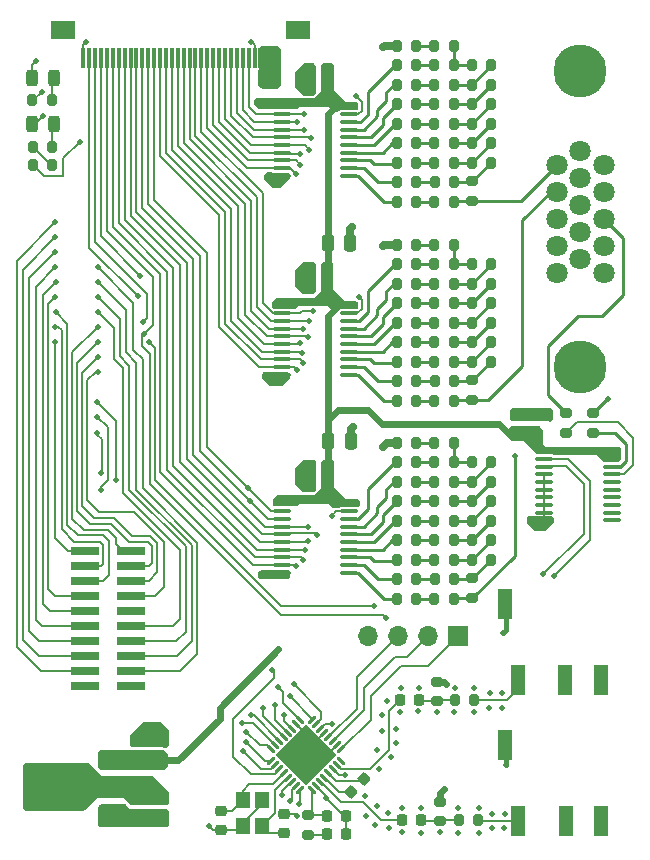
<source format=gtl>
G04 #@! TF.GenerationSoftware,KiCad,Pcbnew,7.0.9-7.0.9~ubuntu22.04.1*
G04 #@! TF.CreationDate,2023-12-05T21:20:47+02:00*
G04 #@! TF.ProjectId,iCE40HX-expansion,69434534-3048-4582-9d65-7870616e7369,rev?*
G04 #@! TF.SameCoordinates,Original*
G04 #@! TF.FileFunction,Copper,L1,Top*
G04 #@! TF.FilePolarity,Positive*
%FSLAX46Y46*%
G04 Gerber Fmt 4.6, Leading zero omitted, Abs format (unit mm)*
G04 Created by KiCad (PCBNEW 7.0.9-7.0.9~ubuntu22.04.1) date 2023-12-05 21:20:47*
%MOMM*%
%LPD*%
G01*
G04 APERTURE LIST*
G04 Aperture macros list*
%AMRoundRect*
0 Rectangle with rounded corners*
0 $1 Rounding radius*
0 $2 $3 $4 $5 $6 $7 $8 $9 X,Y pos of 4 corners*
0 Add a 4 corners polygon primitive as box body*
4,1,4,$2,$3,$4,$5,$6,$7,$8,$9,$2,$3,0*
0 Add four circle primitives for the rounded corners*
1,1,$1+$1,$2,$3*
1,1,$1+$1,$4,$5*
1,1,$1+$1,$6,$7*
1,1,$1+$1,$8,$9*
0 Add four rect primitives between the rounded corners*
20,1,$1+$1,$2,$3,$4,$5,0*
20,1,$1+$1,$4,$5,$6,$7,0*
20,1,$1+$1,$6,$7,$8,$9,0*
20,1,$1+$1,$8,$9,$2,$3,0*%
%AMRotRect*
0 Rectangle, with rotation*
0 The origin of the aperture is its center*
0 $1 length*
0 $2 width*
0 $3 Rotation angle, in degrees counterclockwise*
0 Add horizontal line*
21,1,$1,$2,0,0,$3*%
G04 Aperture macros list end*
G04 #@! TA.AperFunction,ComponentPad*
%ADD10C,1.800000*%
G04 #@! TD*
G04 #@! TA.AperFunction,ComponentPad*
%ADD11C,4.500000*%
G04 #@! TD*
G04 #@! TA.AperFunction,SMDPad,CuDef*
%ADD12R,0.300000X1.800000*%
G04 #@! TD*
G04 #@! TA.AperFunction,SMDPad,CuDef*
%ADD13R,2.000000X1.500000*%
G04 #@! TD*
G04 #@! TA.AperFunction,SMDPad,CuDef*
%ADD14R,1.200000X2.500000*%
G04 #@! TD*
G04 #@! TA.AperFunction,SMDPad,CuDef*
%ADD15RoundRect,0.225000X0.225000X0.250000X-0.225000X0.250000X-0.225000X-0.250000X0.225000X-0.250000X0*%
G04 #@! TD*
G04 #@! TA.AperFunction,SMDPad,CuDef*
%ADD16RoundRect,0.100000X-0.637500X-0.100000X0.637500X-0.100000X0.637500X0.100000X-0.637500X0.100000X0*%
G04 #@! TD*
G04 #@! TA.AperFunction,SMDPad,CuDef*
%ADD17RoundRect,0.200000X0.200000X0.275000X-0.200000X0.275000X-0.200000X-0.275000X0.200000X-0.275000X0*%
G04 #@! TD*
G04 #@! TA.AperFunction,SMDPad,CuDef*
%ADD18RoundRect,0.200000X0.275000X-0.200000X0.275000X0.200000X-0.275000X0.200000X-0.275000X-0.200000X0*%
G04 #@! TD*
G04 #@! TA.AperFunction,SMDPad,CuDef*
%ADD19RoundRect,0.200000X-0.200000X-0.275000X0.200000X-0.275000X0.200000X0.275000X-0.200000X0.275000X0*%
G04 #@! TD*
G04 #@! TA.AperFunction,SMDPad,CuDef*
%ADD20RoundRect,0.243750X-0.243750X-0.456250X0.243750X-0.456250X0.243750X0.456250X-0.243750X0.456250X0*%
G04 #@! TD*
G04 #@! TA.AperFunction,SMDPad,CuDef*
%ADD21RoundRect,0.200000X-0.275000X0.200000X-0.275000X-0.200000X0.275000X-0.200000X0.275000X0.200000X0*%
G04 #@! TD*
G04 #@! TA.AperFunction,SMDPad,CuDef*
%ADD22RoundRect,0.225000X-0.250000X0.225000X-0.250000X-0.225000X0.250000X-0.225000X0.250000X0.225000X0*%
G04 #@! TD*
G04 #@! TA.AperFunction,SMDPad,CuDef*
%ADD23RoundRect,0.225000X-0.017678X0.335876X-0.335876X0.017678X0.017678X-0.335876X0.335876X-0.017678X0*%
G04 #@! TD*
G04 #@! TA.AperFunction,SMDPad,CuDef*
%ADD24RoundRect,0.225000X0.250000X-0.225000X0.250000X0.225000X-0.250000X0.225000X-0.250000X-0.225000X0*%
G04 #@! TD*
G04 #@! TA.AperFunction,SMDPad,CuDef*
%ADD25RoundRect,0.225000X-0.225000X-0.250000X0.225000X-0.250000X0.225000X0.250000X-0.225000X0.250000X0*%
G04 #@! TD*
G04 #@! TA.AperFunction,SMDPad,CuDef*
%ADD26R,1.200000X1.400000*%
G04 #@! TD*
G04 #@! TA.AperFunction,SMDPad,CuDef*
%ADD27R,2.000000X3.800000*%
G04 #@! TD*
G04 #@! TA.AperFunction,SMDPad,CuDef*
%ADD28RoundRect,0.250000X-0.250000X-0.475000X0.250000X-0.475000X0.250000X0.475000X-0.250000X0.475000X0*%
G04 #@! TD*
G04 #@! TA.AperFunction,SMDPad,CuDef*
%ADD29RoundRect,0.062500X-0.309359X0.220971X0.220971X-0.309359X0.309359X-0.220971X-0.220971X0.309359X0*%
G04 #@! TD*
G04 #@! TA.AperFunction,SMDPad,CuDef*
%ADD30RoundRect,0.062500X-0.309359X-0.220971X-0.220971X-0.309359X0.309359X0.220971X0.220971X0.309359X0*%
G04 #@! TD*
G04 #@! TA.AperFunction,SMDPad,CuDef*
%ADD31RotRect,3.600000X3.600000X315.000000*%
G04 #@! TD*
G04 #@! TA.AperFunction,SMDPad,CuDef*
%ADD32R,2.400000X0.740000*%
G04 #@! TD*
G04 #@! TA.AperFunction,SMDPad,CuDef*
%ADD33RoundRect,0.250000X0.475000X-0.250000X0.475000X0.250000X-0.475000X0.250000X-0.475000X-0.250000X0*%
G04 #@! TD*
G04 #@! TA.AperFunction,ComponentPad*
%ADD34R,1.700000X1.700000*%
G04 #@! TD*
G04 #@! TA.AperFunction,ComponentPad*
%ADD35O,1.700000X1.700000*%
G04 #@! TD*
G04 #@! TA.AperFunction,SMDPad,CuDef*
%ADD36RoundRect,0.250000X-0.475000X0.250000X-0.475000X-0.250000X0.475000X-0.250000X0.475000X0.250000X0*%
G04 #@! TD*
G04 #@! TA.AperFunction,ViaPad*
%ADD37C,0.500000*%
G04 #@! TD*
G04 #@! TA.AperFunction,Conductor*
%ADD38C,0.200000*%
G04 #@! TD*
G04 #@! TA.AperFunction,Conductor*
%ADD39C,0.250000*%
G04 #@! TD*
G04 #@! TA.AperFunction,Conductor*
%ADD40C,0.600000*%
G04 #@! TD*
G04 #@! TA.AperFunction,Conductor*
%ADD41C,0.400000*%
G04 #@! TD*
G04 #@! TA.AperFunction,Conductor*
%ADD42C,0.166000*%
G04 #@! TD*
G04 #@! TA.AperFunction,Conductor*
%ADD43C,0.650000*%
G04 #@! TD*
G04 APERTURE END LIST*
D10*
X149860000Y-64504000D03*
X149860000Y-66794000D03*
X149860000Y-69084000D03*
X149860000Y-71374000D03*
X149860000Y-73664000D03*
X151840000Y-63354000D03*
X151840000Y-65644000D03*
X151840000Y-67934000D03*
X151840000Y-70224000D03*
X151840000Y-72514000D03*
X153820000Y-64504000D03*
X153820000Y-66794000D03*
X153820000Y-69084000D03*
X153820000Y-71374000D03*
X153820000Y-73664000D03*
D11*
X151840000Y-81584000D03*
X151840000Y-56584000D03*
D12*
X109753000Y-55498500D03*
X110253000Y-55498500D03*
X110753000Y-55498500D03*
X111253000Y-55498500D03*
X111753000Y-55498500D03*
X112253000Y-55498500D03*
X112753000Y-55498500D03*
X113253000Y-55498500D03*
X113753000Y-55498500D03*
X114253000Y-55498500D03*
X114753000Y-55498500D03*
X115253000Y-55498500D03*
X115753000Y-55498500D03*
X116253000Y-55498500D03*
X116753000Y-55498500D03*
X117253000Y-55498500D03*
X117753000Y-55498500D03*
X118253000Y-55498500D03*
X118753000Y-55498500D03*
X119253000Y-55498500D03*
X119753000Y-55498500D03*
X120253000Y-55498500D03*
X120753000Y-55498500D03*
X121253000Y-55498500D03*
X121753000Y-55498500D03*
X122253000Y-55498500D03*
X122753000Y-55498500D03*
X123253000Y-55498500D03*
X123753000Y-55498500D03*
X124253000Y-55498500D03*
X124753000Y-55498500D03*
X125253000Y-55498500D03*
X125753000Y-55498500D03*
X126253000Y-55498500D03*
D13*
X127953000Y-53058500D03*
X108053000Y-53058500D03*
D14*
X150558000Y-108152000D03*
X153558000Y-108152000D03*
X145458000Y-101652000D03*
X146558000Y-108152000D03*
X150594000Y-120090000D03*
X153594000Y-120090000D03*
X145494000Y-113590000D03*
X146594000Y-120090000D03*
D15*
X130457299Y-58068401D03*
X128907299Y-58068401D03*
D16*
X126565800Y-93203600D03*
X126565800Y-93853600D03*
X126565800Y-94503600D03*
X126565800Y-95153600D03*
X126565800Y-95803600D03*
X126565800Y-96453600D03*
X126565800Y-97103600D03*
X126565800Y-97753600D03*
X126565800Y-98403600D03*
X126565800Y-99053600D03*
X132290800Y-99053600D03*
X132290800Y-98403600D03*
X132290800Y-97753600D03*
X132290800Y-97103600D03*
X132290800Y-96453600D03*
X132290800Y-95803600D03*
X132290800Y-95153600D03*
X132290800Y-94503600D03*
X132290800Y-93853600D03*
X132290800Y-93203600D03*
D17*
X144281801Y-96290199D03*
X142631801Y-96290199D03*
D18*
X139954000Y-120078000D03*
X139954000Y-118428000D03*
D19*
X139456800Y-77875200D03*
X141106800Y-77875200D03*
X136281800Y-91337200D03*
X137931800Y-91337200D03*
X139456801Y-96290199D03*
X141106801Y-96290199D03*
D17*
X144281800Y-89686199D03*
X142631800Y-89686199D03*
D19*
X136281800Y-57722001D03*
X137931800Y-57722001D03*
D15*
X130457299Y-73268599D03*
X128907299Y-73268599D03*
D19*
X136281799Y-89686200D03*
X137931799Y-89686200D03*
D20*
X105437700Y-61061600D03*
X107312700Y-61061600D03*
D19*
X139456800Y-57722001D03*
X141106800Y-57722001D03*
X136281799Y-71271199D03*
X137931799Y-71271199D03*
X136281800Y-67628000D03*
X137931800Y-67628000D03*
X139456800Y-81177200D03*
X141106800Y-81177200D03*
X136281800Y-94639200D03*
X137931800Y-94639200D03*
X139456800Y-64326001D03*
X141106800Y-64326001D03*
D16*
X126565800Y-59588401D03*
X126565800Y-60238401D03*
X126565800Y-60888401D03*
X126565800Y-61538401D03*
X126565800Y-62188401D03*
X126565800Y-62838401D03*
X126565800Y-63488401D03*
X126565800Y-64138401D03*
X126565800Y-64788401D03*
X126565800Y-65438401D03*
X132290800Y-65438401D03*
X132290800Y-64788401D03*
X132290800Y-64138401D03*
X132290800Y-63488401D03*
X132290800Y-62838401D03*
X132290800Y-62188401D03*
X132290800Y-61538401D03*
X132290800Y-60888401D03*
X132290800Y-60238401D03*
X132290800Y-59588401D03*
X148775500Y-88769000D03*
X148775500Y-89419000D03*
X148775500Y-90069000D03*
X148775500Y-90719000D03*
X148775500Y-91369000D03*
X148775500Y-92019000D03*
X148775500Y-92669000D03*
X148775500Y-93319000D03*
X148775500Y-93969000D03*
X148775500Y-94619000D03*
X154500500Y-94619000D03*
X154500500Y-93969000D03*
X154500500Y-93319000D03*
X154500500Y-92669000D03*
X154500500Y-92019000D03*
X154500500Y-91369000D03*
X154500500Y-90719000D03*
X154500500Y-90069000D03*
X154500500Y-89419000D03*
X154500500Y-88769000D03*
D19*
X139456800Y-71271198D03*
X141106800Y-71271198D03*
D17*
X144281800Y-77875200D03*
X142631800Y-77875200D03*
D19*
X136281800Y-97941200D03*
X137931800Y-97941200D03*
X136281799Y-72922200D03*
X137931799Y-72922200D03*
D17*
X143192000Y-120015000D03*
X141542000Y-120015000D03*
D19*
X139456800Y-56071000D03*
X141106800Y-56071000D03*
D15*
X131966000Y-121158000D03*
X130416000Y-121158000D03*
D21*
X128778000Y-119571000D03*
X128778000Y-121221000D03*
D15*
X130457299Y-90032599D03*
X128907299Y-90032599D03*
D19*
X136281800Y-74573200D03*
X137931800Y-74573200D03*
X136281801Y-96290199D03*
X137931801Y-96290199D03*
X139456800Y-67628000D03*
X141106800Y-67628000D03*
D22*
X116408200Y-118071600D03*
X116408200Y-119621600D03*
D19*
X136281800Y-64326001D03*
X137931800Y-64326001D03*
X136281800Y-76224199D03*
X137931800Y-76224199D03*
D17*
X144281800Y-97941200D03*
X142631800Y-97941200D03*
X107124000Y-62992000D03*
X105474000Y-62992000D03*
X144281800Y-94639200D03*
X142631800Y-94639200D03*
D15*
X130457299Y-74919600D03*
X128907299Y-74919600D03*
D19*
X139470000Y-76224199D03*
X141120000Y-76224199D03*
D23*
X133517008Y-116545992D03*
X132420992Y-117642008D03*
D24*
X114223801Y-114907400D03*
X114223801Y-113357400D03*
D25*
X136766000Y-120015000D03*
X138316000Y-120015000D03*
D18*
X142694800Y-84415198D03*
X142694800Y-82765198D03*
D16*
X126565800Y-76439600D03*
X126565800Y-77089600D03*
X126565800Y-77739600D03*
X126565800Y-78389600D03*
X126565800Y-79039600D03*
X126565800Y-79689600D03*
X126565800Y-80339600D03*
X126565800Y-80989600D03*
X126565800Y-81639600D03*
X126565800Y-82289600D03*
X132290800Y-82289600D03*
X132290800Y-81639600D03*
X132290800Y-80989600D03*
X132290800Y-80339600D03*
X132290800Y-79689600D03*
X132290800Y-79039600D03*
X132290800Y-78389600D03*
X132290800Y-77739600D03*
X132290800Y-77089600D03*
X132290800Y-76439600D03*
D17*
X144281800Y-76224199D03*
X142631800Y-76224199D03*
D26*
X123279000Y-118280000D03*
X123279000Y-120480000D03*
X124879000Y-120480000D03*
X124879000Y-118280000D03*
D19*
X139456801Y-62675000D03*
X141106801Y-62675000D03*
D13*
X112065200Y-119495600D03*
X112065200Y-117195600D03*
D27*
X105765200Y-117195600D03*
D13*
X112065200Y-114895600D03*
D19*
X139520800Y-99592198D03*
X141170800Y-99592198D03*
D17*
X144281800Y-92988199D03*
X142631800Y-92988199D03*
X144281800Y-81177200D03*
X142631800Y-81177200D03*
X142836400Y-109829600D03*
X141186400Y-109829600D03*
D28*
X130484801Y-87909400D03*
X132384801Y-87909400D03*
D25*
X136600600Y-109829600D03*
X138150600Y-109829600D03*
D19*
X139456800Y-89686199D03*
X141106800Y-89686199D03*
X139456800Y-84479199D03*
X141106800Y-84479199D03*
X139520800Y-65976999D03*
X141170800Y-65976999D03*
D24*
X147955000Y-87211200D03*
X147955000Y-85661200D03*
D19*
X139470000Y-59373000D03*
X141120000Y-59373000D03*
X139456800Y-61024001D03*
X141106800Y-61024001D03*
X139456800Y-94639200D03*
X141106800Y-94639200D03*
X136281799Y-54420000D03*
X137931799Y-54420000D03*
X139456800Y-91337200D03*
X141106800Y-91337200D03*
D29*
X128125320Y-111526000D03*
X127771767Y-111879554D03*
X127418213Y-112233107D03*
X127064660Y-112586661D03*
X126711107Y-112940214D03*
X126357553Y-113293767D03*
X126004000Y-113647321D03*
X125650446Y-114000874D03*
D30*
X125650446Y-114973146D03*
X126004000Y-115326699D03*
X126357553Y-115680253D03*
X126711107Y-116033806D03*
X127064660Y-116387359D03*
X127418213Y-116740913D03*
X127771767Y-117094466D03*
X128125320Y-117448020D03*
D29*
X129097592Y-117448020D03*
X129451145Y-117094466D03*
X129804699Y-116740913D03*
X130158252Y-116387359D03*
X130511805Y-116033806D03*
X130865359Y-115680253D03*
X131218912Y-115326699D03*
X131572466Y-114973146D03*
D30*
X131572466Y-114000874D03*
X131218912Y-113647321D03*
X130865359Y-113293767D03*
X130511805Y-112940214D03*
X130158252Y-112586661D03*
X129804699Y-112233107D03*
X129451145Y-111879554D03*
X129097592Y-111526000D03*
D31*
X128611456Y-114487010D03*
D24*
X146384800Y-87198200D03*
X146384800Y-85648200D03*
D17*
X144281800Y-74573200D03*
X142631800Y-74573200D03*
D19*
X136281800Y-59373000D03*
X137931800Y-59373000D03*
X136281800Y-61024001D03*
X137931800Y-61024001D03*
X139456800Y-97941200D03*
X141106800Y-97941200D03*
X136281799Y-56071001D03*
X137931799Y-56071001D03*
X136281800Y-81177200D03*
X137931800Y-81177200D03*
D22*
X121412000Y-119240000D03*
X121412000Y-120790000D03*
D32*
X109937000Y-97205800D03*
X113837000Y-97205800D03*
X109937000Y-98475800D03*
X113837000Y-98475800D03*
X109937000Y-99745800D03*
X113837000Y-99745800D03*
X109937000Y-101015800D03*
X113837000Y-101015800D03*
X109937000Y-102285800D03*
X113837000Y-102285800D03*
X109937000Y-103555800D03*
X113837000Y-103555800D03*
X109937000Y-104825800D03*
X113837000Y-104825800D03*
X109937000Y-106095800D03*
X113837000Y-106095800D03*
X109937000Y-107365800D03*
X113837000Y-107365800D03*
X109937000Y-108635800D03*
X113837000Y-108635800D03*
D20*
X105435400Y-57150000D03*
X107310400Y-57150000D03*
D17*
X144281801Y-62675000D03*
X142631801Y-62675000D03*
X144281800Y-57722001D03*
X142631800Y-57722001D03*
X144281800Y-72922199D03*
X142631800Y-72922199D03*
D24*
X126746000Y-121044000D03*
X126746000Y-119494000D03*
D19*
X136281800Y-84479199D03*
X137931800Y-84479199D03*
X139456800Y-74573200D03*
X141106800Y-74573200D03*
D15*
X130457299Y-56417400D03*
X128907299Y-56417400D03*
D19*
X136281800Y-77875200D03*
X137931800Y-77875200D03*
X139470000Y-92988199D03*
X141120000Y-92988199D03*
D18*
X139700000Y-109918000D03*
X139700000Y-108268000D03*
D17*
X144281800Y-61024001D03*
X142631800Y-61024001D03*
D33*
X116128800Y-114894400D03*
X116128800Y-112994400D03*
D19*
X136281800Y-82828198D03*
X137931800Y-82828198D03*
X136281799Y-88035199D03*
X137931799Y-88035199D03*
D15*
X131966000Y-119634000D03*
X130416000Y-119634000D03*
D34*
X141468000Y-104394000D03*
D35*
X138928000Y-104394000D03*
X136388000Y-104394000D03*
X133848000Y-104394000D03*
D19*
X136281801Y-79526199D03*
X137931801Y-79526199D03*
X139456800Y-54419999D03*
X141106800Y-54419999D03*
D17*
X144281801Y-79526199D03*
X142631801Y-79526199D03*
D18*
X142694800Y-67563999D03*
X142694800Y-65913999D03*
D19*
X136281800Y-99592198D03*
X137931800Y-99592198D03*
D17*
X107073200Y-59055000D03*
X105423200Y-59055000D03*
X144281800Y-64326001D03*
X142631800Y-64326001D03*
D28*
X130469600Y-71094600D03*
X132369600Y-71094600D03*
D19*
X136281800Y-92988199D03*
X137931800Y-92988199D03*
D17*
X107124000Y-64516000D03*
X105474000Y-64516000D03*
D18*
X142694800Y-101179198D03*
X142694800Y-99529198D03*
D36*
X114503200Y-118150600D03*
X114503200Y-120050600D03*
D19*
X139456801Y-79526199D03*
X141106801Y-79526199D03*
X139456800Y-72922199D03*
X141106800Y-72922199D03*
X136281800Y-101243199D03*
X137931800Y-101243199D03*
X136281800Y-65976999D03*
X137931800Y-65976999D03*
D15*
X130457299Y-91683600D03*
X128907299Y-91683600D03*
D17*
X144281800Y-59373000D03*
X142631800Y-59373000D03*
D18*
X152908000Y-87185000D03*
X152908000Y-85535000D03*
D19*
X139456800Y-88035198D03*
X141106800Y-88035198D03*
D18*
X150622000Y-87185000D03*
X150622000Y-85535000D03*
D17*
X144281800Y-91337200D03*
X142631800Y-91337200D03*
D19*
X139456800Y-101243199D03*
X141106800Y-101243199D03*
D17*
X144281800Y-56071000D03*
X142631800Y-56071000D03*
D19*
X136281801Y-62675000D03*
X137931801Y-62675000D03*
X139520800Y-82828198D03*
X141170800Y-82828198D03*
D37*
X132842000Y-58674000D03*
X133096000Y-75692000D03*
X130810000Y-94234000D03*
X145288000Y-104140000D03*
X145542000Y-115316000D03*
X127965200Y-57785000D03*
X138328400Y-118999000D03*
X136626600Y-108788200D03*
X133731000Y-119634000D03*
X138074400Y-110769400D03*
X144170400Y-109194600D03*
X141478000Y-121107200D03*
X141452600Y-118922800D03*
X134823200Y-115620800D03*
X125349000Y-65557400D03*
X144094200Y-110464600D03*
X142824200Y-108839000D03*
X136753600Y-118999000D03*
X136728200Y-121005600D03*
X138353800Y-121056400D03*
X115976400Y-111948000D03*
X132588000Y-86664800D03*
X148691600Y-95224600D03*
X127990600Y-73634600D03*
X120421400Y-120497600D03*
X143256000Y-121081800D03*
X136220200Y-112293400D03*
X128701800Y-115062000D03*
X144348200Y-120650000D03*
X126314200Y-82981800D03*
X132537200Y-69799200D03*
X128016000Y-90398600D03*
X134467600Y-120370600D03*
X127965200Y-74599800D03*
X125577600Y-99085400D03*
X147624800Y-94538800D03*
X127990600Y-91363800D03*
X145415000Y-120650000D03*
X135051800Y-111125000D03*
X148691600Y-85369400D03*
X142849600Y-110820200D03*
X135128000Y-88392000D03*
X140258800Y-117373400D03*
X145465800Y-119456200D03*
X140462000Y-108458000D03*
X123952000Y-54102000D03*
X135559800Y-119405400D03*
X128625600Y-113258600D03*
X113461800Y-119303800D03*
X135610600Y-120624600D03*
X134594600Y-118795800D03*
X143281400Y-118973600D03*
X127838200Y-119659400D03*
X136575800Y-110845600D03*
X149250400Y-86004400D03*
X138176000Y-108813600D03*
X127990600Y-56819800D03*
X135128000Y-71374000D03*
X139928600Y-121005600D03*
X129667000Y-114376200D03*
X141173200Y-110820200D03*
X127127000Y-114198400D03*
X114960400Y-112075000D03*
X135813800Y-114630200D03*
X109982000Y-54102000D03*
X124790200Y-99263200D03*
X115697000Y-120294400D03*
X125247400Y-82296000D03*
X144373600Y-119430800D03*
X141198600Y-108813600D03*
X135432800Y-109931200D03*
X134620000Y-114071400D03*
X136245600Y-113461800D03*
X125958600Y-66167000D03*
X105765600Y-55702200D03*
X135128000Y-54568401D03*
X139674600Y-110820200D03*
X145211800Y-109194600D03*
X135051800Y-112471200D03*
X106349800Y-60401200D03*
X145237200Y-110490000D03*
X133629400Y-117906800D03*
X130302000Y-118110000D03*
X130835400Y-111810800D03*
X131953000Y-116205000D03*
X126619000Y-117856000D03*
X106248200Y-58343800D03*
X126746000Y-111125000D03*
X131165600Y-93091000D03*
X125552200Y-106222800D03*
X124460000Y-59131200D03*
X129997200Y-92659200D03*
X125399800Y-59131200D03*
X126238000Y-105537000D03*
X124942600Y-56896000D03*
X126111000Y-56870600D03*
X125501400Y-57658000D03*
X109499400Y-62534800D03*
X127762000Y-65278000D03*
X128143000Y-64516000D03*
X128143000Y-63627000D03*
X128905000Y-63246000D03*
X114579400Y-73914000D03*
X129032000Y-62230000D03*
X114350800Y-75615800D03*
X128473200Y-61538401D03*
X114858800Y-78790800D03*
X135382000Y-102870000D03*
X149606000Y-99314000D03*
X127863600Y-60858400D03*
X114808000Y-77851000D03*
X115341400Y-79527400D03*
X134366000Y-101854000D03*
X148717000Y-99187000D03*
X128473200Y-60198000D03*
X123698000Y-91871800D03*
X127889000Y-81915000D03*
X123850400Y-92989400D03*
X128397000Y-81280000D03*
X128778000Y-95166500D03*
X128270000Y-80441800D03*
X129514600Y-95859600D03*
X128092200Y-79629000D03*
X128803400Y-96342200D03*
X128778000Y-79095600D03*
X128549400Y-97155000D03*
X128371600Y-78384400D03*
X128346200Y-97942400D03*
X128905000Y-77698600D03*
X127736600Y-98475800D03*
X129235200Y-76911200D03*
X107391200Y-69367400D03*
X107391200Y-70637400D03*
X107391200Y-71907400D03*
X107391200Y-73177400D03*
X110998000Y-73177400D03*
X107416600Y-74447400D03*
X110998000Y-74447400D03*
X107391200Y-75692000D03*
X110998000Y-75717400D03*
X107416600Y-76987400D03*
X111023400Y-76987400D03*
X107391200Y-78232000D03*
X110972600Y-78257400D03*
X107365800Y-79502000D03*
X110998000Y-79527400D03*
X128016000Y-118618000D03*
X110972600Y-80797400D03*
X127254000Y-118364000D03*
X111023400Y-82067400D03*
X123317000Y-114173000D03*
X123571000Y-113411000D03*
X110921800Y-84582000D03*
X112547400Y-91186000D03*
X125704600Y-107264200D03*
X123571000Y-112522000D03*
X126238000Y-108712000D03*
X111226600Y-92024200D03*
X110947200Y-85826600D03*
X123190000Y-111760000D03*
X110947200Y-87172800D03*
X127571500Y-108496100D03*
X111226600Y-90627200D03*
X123952000Y-111125000D03*
X125984000Y-110236000D03*
X124968000Y-110490000D03*
X127262186Y-109516614D03*
X146278600Y-89154000D03*
X154178000Y-84328000D03*
X113817400Y-116814600D03*
X114960400Y-116840000D03*
D38*
X133350000Y-59182000D02*
X132842000Y-58674000D01*
X133350000Y-59944000D02*
X133350000Y-59182000D01*
X132290800Y-60238401D02*
X133055599Y-60238401D01*
X133055599Y-60238401D02*
X133350000Y-59944000D01*
D39*
X132290800Y-77739600D02*
X133080400Y-77739600D01*
X133080400Y-77739600D02*
X133858000Y-76962000D01*
X133858000Y-76962000D02*
X133858000Y-75229600D01*
X133858000Y-75229600D02*
X136165400Y-72922200D01*
X136165400Y-72922200D02*
X136281799Y-72922200D01*
X132290800Y-60888401D02*
X133224949Y-60888401D01*
X133224949Y-60888401D02*
X133858000Y-60255350D01*
X133858000Y-60255350D02*
X133858000Y-58378401D01*
X133858000Y-58378401D02*
X136165400Y-56071001D01*
X136165400Y-56071001D02*
X136281799Y-56071001D01*
D38*
X133350000Y-75946000D02*
X133096000Y-75692000D01*
X132290800Y-77089600D02*
X132968400Y-77089600D01*
X133350000Y-76708000D02*
X133350000Y-75946000D01*
X132968400Y-77089600D02*
X133350000Y-76708000D01*
X131190400Y-93853600D02*
X130810000Y-94234000D01*
X132290800Y-93853600D02*
X131190400Y-93853600D01*
D40*
X140462000Y-108458000D02*
X140272000Y-108268000D01*
X140272000Y-108268000D02*
X139700000Y-108268000D01*
D38*
X148717000Y-99187000D02*
X152146000Y-95758000D01*
X152146000Y-95758000D02*
X152146000Y-91567000D01*
X152146000Y-91567000D02*
X150622000Y-90043000D01*
X150622000Y-90043000D02*
X148801500Y-90043000D01*
X148801500Y-90043000D02*
X148775500Y-90069000D01*
X149606000Y-99314000D02*
X152654000Y-96266000D01*
X152654000Y-96266000D02*
X152654000Y-91313000D01*
X152654000Y-91313000D02*
X150760000Y-89419000D01*
X150760000Y-89419000D02*
X148775500Y-89419000D01*
X136388000Y-104394000D02*
X132892800Y-107889200D01*
X132892800Y-107889200D02*
X132892800Y-110559220D01*
X132892800Y-110559220D02*
X130556000Y-112896020D01*
X138928000Y-104394000D02*
X137150000Y-106172000D01*
X136144000Y-106172000D02*
X133502400Y-108813600D01*
X137150000Y-106172000D02*
X136144000Y-106172000D01*
X133502400Y-108813600D02*
X133502400Y-110656726D01*
X133502400Y-110656726D02*
X130909553Y-113249573D01*
X141468000Y-104394000D02*
X141468000Y-104404000D01*
X141468000Y-104404000D02*
X138938000Y-106934000D01*
X138938000Y-106934000D02*
X136652000Y-106934000D01*
X136652000Y-106934000D02*
X134086600Y-109499400D01*
X134086600Y-109499400D02*
X134086600Y-111486740D01*
X134086600Y-111486740D02*
X131616660Y-113956680D01*
X135382000Y-102870000D02*
X135128000Y-102616000D01*
X114706400Y-78943200D02*
X114858800Y-78790800D01*
X135128000Y-102616000D02*
X126492000Y-102616000D01*
X126492000Y-102616000D02*
X115366800Y-91490800D01*
X115366800Y-91490800D02*
X115366800Y-80543400D01*
X115366800Y-80543400D02*
X114706400Y-79883000D01*
X114706400Y-79883000D02*
X114706400Y-78943200D01*
X134366000Y-101854000D02*
X126466600Y-101854000D01*
X126466600Y-101854000D02*
X115824000Y-91211400D01*
X115824000Y-80010000D02*
X115341400Y-79527400D01*
X115824000Y-91211400D02*
X115824000Y-80010000D01*
D41*
X145542000Y-101684000D02*
X145542000Y-103886000D01*
X145542000Y-103886000D02*
X145288000Y-104140000D01*
D38*
X146558000Y-108152000D02*
X146558000Y-108966000D01*
X146558000Y-108966000D02*
X145669000Y-109855000D01*
X145669000Y-109855000D02*
X142861800Y-109855000D01*
X142861800Y-109855000D02*
X142836400Y-109829600D01*
D41*
X145542000Y-115316000D02*
X145542000Y-113684000D01*
D38*
X109982000Y-54102000D02*
X109753000Y-54331000D01*
X109753000Y-54331000D02*
X109753000Y-55498500D01*
X123952000Y-54102000D02*
X124253000Y-54403000D01*
X124253000Y-54403000D02*
X124253000Y-55498500D01*
X126565800Y-60238401D02*
X124373401Y-60238401D01*
X124373401Y-60238401D02*
X123753000Y-59618000D01*
X123753000Y-59618000D02*
X123753000Y-55498500D01*
X126565800Y-60888401D02*
X124236001Y-60888401D01*
X123253000Y-59905400D02*
X123253000Y-55498500D01*
X124236001Y-60888401D02*
X123253000Y-59905400D01*
X126565800Y-61538401D02*
X124200201Y-61538401D01*
X124200201Y-61538401D02*
X122753000Y-60091200D01*
X122753000Y-60091200D02*
X122753000Y-55498500D01*
X126565800Y-62188401D02*
X124088201Y-62188401D01*
X124088201Y-62188401D02*
X122253000Y-60353200D01*
X122253000Y-60353200D02*
X122253000Y-55498500D01*
X126565800Y-62838401D02*
X123976201Y-62838401D01*
X123976201Y-62838401D02*
X121753000Y-60615200D01*
X121753000Y-60615200D02*
X121753000Y-55498500D01*
X126565800Y-63488401D02*
X123838801Y-63488401D01*
X123838801Y-63488401D02*
X121253000Y-60902600D01*
X121253000Y-60902600D02*
X121253000Y-55498500D01*
X126565800Y-64138401D02*
X123726801Y-64138401D01*
X123726801Y-64138401D02*
X120753000Y-61164600D01*
X120753000Y-61164600D02*
X120753000Y-55498500D01*
X126565800Y-64788401D02*
X123614801Y-64788401D01*
X123614801Y-64788401D02*
X120253000Y-61426600D01*
X120253000Y-61426600D02*
X120253000Y-55498500D01*
X126565800Y-77089600D02*
X125828301Y-77089600D01*
X125828301Y-77089600D02*
X124968000Y-76229299D01*
X119753000Y-61701300D02*
X119753000Y-55498500D01*
X124968000Y-76229299D02*
X124968000Y-66916300D01*
X124968000Y-66916300D02*
X119753000Y-61701300D01*
X126565800Y-77739600D02*
X125618600Y-77739600D01*
X124460000Y-67233800D02*
X119253000Y-62026800D01*
X125618600Y-77739600D02*
X124460000Y-76581000D01*
X124460000Y-76581000D02*
X124460000Y-67233800D01*
X119253000Y-62026800D02*
X119253000Y-55498500D01*
X126565800Y-78389600D02*
X125481200Y-78389600D01*
X125481200Y-78389600D02*
X123952000Y-76860400D01*
X123952000Y-76860400D02*
X123952000Y-67538600D01*
X123952000Y-67538600D02*
X118753000Y-62339600D01*
X118753000Y-62339600D02*
X118753000Y-55498500D01*
X126565800Y-79039600D02*
X125267600Y-79039600D01*
X125267600Y-79039600D02*
X123418600Y-77190600D01*
X123418600Y-77190600D02*
X123418600Y-67818000D01*
X123418600Y-67818000D02*
X118253000Y-62652400D01*
X118253000Y-62652400D02*
X118253000Y-55498500D01*
X126565800Y-79689600D02*
X125079400Y-79689600D01*
X125079400Y-79689600D02*
X122859800Y-77470000D01*
X122859800Y-68021200D02*
X117753000Y-62914400D01*
X122859800Y-77470000D02*
X122859800Y-68021200D01*
X117753000Y-62914400D02*
X117753000Y-55498500D01*
X126565800Y-80339600D02*
X124916600Y-80339600D01*
X122301000Y-77724000D02*
X122301000Y-68275200D01*
X124916600Y-80339600D02*
X122301000Y-77724000D01*
X122301000Y-68275200D02*
X117253000Y-63227200D01*
X117253000Y-63227200D02*
X117253000Y-55498500D01*
X126565800Y-80989600D02*
X124779200Y-80989600D01*
X121742200Y-68503800D02*
X116753000Y-63514600D01*
X124779200Y-80989600D02*
X121742200Y-77952600D01*
X121742200Y-77952600D02*
X121742200Y-68503800D01*
X116753000Y-63514600D02*
X116753000Y-55498500D01*
X126565800Y-81639600D02*
X124641800Y-81639600D01*
X124641800Y-81639600D02*
X121208800Y-78206600D01*
X121208800Y-78206600D02*
X121208800Y-68732400D01*
X121208800Y-68732400D02*
X116253000Y-63776600D01*
X116253000Y-63776600D02*
X116253000Y-55498500D01*
X126565800Y-93853600D02*
X125679800Y-93853600D01*
X125679800Y-93853600D02*
X120192800Y-88366600D01*
X120192800Y-88366600D02*
X120192800Y-71932800D01*
X120192800Y-71932800D02*
X115753000Y-67493000D01*
X115753000Y-67493000D02*
X115753000Y-55498500D01*
X126565800Y-94503600D02*
X125364600Y-94503600D01*
X125364600Y-94503600D02*
X119634000Y-88773000D01*
X119634000Y-88773000D02*
X119634000Y-72212200D01*
X119634000Y-72212200D02*
X115253000Y-67831200D01*
X115253000Y-67831200D02*
X115253000Y-55498500D01*
X126565800Y-95153600D02*
X125151000Y-95153600D01*
X125151000Y-95153600D02*
X119049800Y-89052400D01*
X119049800Y-89052400D02*
X119049800Y-72491600D01*
X119049800Y-72491600D02*
X114753000Y-68194800D01*
X114753000Y-68194800D02*
X114753000Y-55498500D01*
X126565800Y-95803600D02*
X124912000Y-95803600D01*
X124912000Y-95803600D02*
X118516400Y-89408000D01*
X118516400Y-89408000D02*
X118516400Y-72796400D01*
X118516400Y-72796400D02*
X114253000Y-68533000D01*
X114253000Y-68533000D02*
X114253000Y-55498500D01*
X126565800Y-96453600D02*
X124698400Y-96453600D01*
X124698400Y-96453600D02*
X117932200Y-89687400D01*
X117932200Y-89687400D02*
X117932200Y-73025000D01*
X117932200Y-73025000D02*
X113753000Y-68845800D01*
X113753000Y-68845800D02*
X113753000Y-55498500D01*
X126565800Y-97103600D02*
X124459400Y-97103600D01*
X117373400Y-90017600D02*
X117373400Y-73279000D01*
X124459400Y-97103600D02*
X117373400Y-90017600D01*
X117373400Y-73279000D02*
X113253000Y-69158600D01*
X113253000Y-69158600D02*
X113253000Y-55498500D01*
X126565800Y-97753600D02*
X124271200Y-97753600D01*
X116840000Y-90322400D02*
X116840000Y-73558400D01*
X124271200Y-97753600D02*
X116840000Y-90322400D01*
X116840000Y-73558400D02*
X112753000Y-69471400D01*
X112753000Y-69471400D02*
X112753000Y-55498500D01*
X126565800Y-98403600D02*
X124133800Y-98403600D01*
X124133800Y-98403600D02*
X116281200Y-90551000D01*
X112253000Y-69758800D02*
X112253000Y-55498500D01*
X116281200Y-90551000D02*
X116281200Y-73787000D01*
X116281200Y-73787000D02*
X112253000Y-69758800D01*
D42*
X114858800Y-78790800D02*
X115620800Y-78028800D01*
X111753000Y-70122400D02*
X111753000Y-55498500D01*
X115620800Y-78028800D02*
X115620800Y-73990200D01*
X115620800Y-73990200D02*
X111753000Y-70122400D01*
X114579400Y-73914000D02*
X114579400Y-73888600D01*
X114579400Y-73888600D02*
X111253000Y-70562200D01*
X111253000Y-70562200D02*
X111253000Y-55498500D01*
X110753000Y-55498500D02*
X110753000Y-71052800D01*
X115163600Y-75463400D02*
X115163600Y-77495400D01*
X110753000Y-71052800D02*
X115163600Y-75463400D01*
X115163600Y-77495400D02*
X114808000Y-77851000D01*
X114350800Y-75615800D02*
X110253000Y-71518000D01*
X110253000Y-71518000D02*
X110253000Y-55498500D01*
D38*
X107416600Y-74447400D02*
X106324400Y-75539600D01*
X106324400Y-75539600D02*
X106324400Y-101701600D01*
X106934000Y-102311200D02*
X109911600Y-102311200D01*
X106324400Y-101701600D02*
X106934000Y-102311200D01*
X109911600Y-102311200D02*
X109937000Y-102285800D01*
X131183000Y-116705000D02*
X133358000Y-116705000D01*
X130556000Y-116078000D02*
X131183000Y-116705000D01*
X133358000Y-116705000D02*
X133517008Y-116545992D01*
X130202446Y-116431554D02*
X131412900Y-117642008D01*
X131412900Y-117642008D02*
X132420992Y-117642008D01*
X123279000Y-118280000D02*
X123279000Y-117513000D01*
X123825000Y-116967000D02*
X125777912Y-116967000D01*
X121412000Y-119240000D02*
X122319000Y-119240000D01*
X125777912Y-116967000D02*
X126666912Y-116078000D01*
X122319000Y-119240000D02*
X123279000Y-118280000D01*
X123279000Y-117513000D02*
X123825000Y-116967000D01*
X121412000Y-120790000D02*
X120713800Y-120790000D01*
X123279000Y-120256200D02*
X123279000Y-120480000D01*
D43*
X132369600Y-71094600D02*
X132369600Y-69966800D01*
D38*
X128611456Y-113272744D02*
X128611456Y-114487010D01*
X105435400Y-57150000D02*
X105435400Y-56032400D01*
X127727573Y-111835360D02*
X128611456Y-112719243D01*
X124879000Y-118280000D02*
X124879000Y-118656200D01*
X105437700Y-61061600D02*
X105689400Y-61061600D01*
D43*
X132369600Y-69966800D02*
X132537200Y-69799200D01*
D38*
X128611456Y-113244456D02*
X128625600Y-113258600D01*
D43*
X136281799Y-71271199D02*
X135230801Y-71271199D01*
X135276401Y-54420000D02*
X135128000Y-54568401D01*
D38*
X128625600Y-113258600D02*
X128611456Y-113272744D01*
X105689400Y-61061600D02*
X106349800Y-60401200D01*
X148775500Y-90719000D02*
X148775500Y-94619000D01*
X127838200Y-119659400D02*
X127672800Y-119494000D01*
D40*
X139954000Y-118428000D02*
X139954000Y-117678200D01*
D38*
X128611456Y-114133456D02*
X128611456Y-114487010D01*
X120713800Y-120790000D02*
X120421400Y-120497600D01*
X131263106Y-113603127D02*
X130379223Y-114487010D01*
X122969000Y-120790000D02*
X123279000Y-120480000D01*
X129556190Y-114487010D02*
X128611456Y-114487010D01*
X124879000Y-118656200D02*
X123279000Y-120256200D01*
D43*
X135484801Y-88035199D02*
X135128000Y-88392000D01*
D38*
X129667000Y-114376200D02*
X129556190Y-114487010D01*
D43*
X136281799Y-88035199D02*
X135484801Y-88035199D01*
D38*
X105435400Y-56032400D02*
X105765600Y-55702200D01*
D43*
X132384801Y-87909400D02*
X132384801Y-86867999D01*
X135230801Y-71271199D02*
X135128000Y-71374000D01*
D38*
X121412000Y-120790000D02*
X122969000Y-120790000D01*
X130202446Y-112542466D02*
X128611456Y-114133456D01*
X128611456Y-112719243D02*
X128611456Y-113244456D01*
X127672800Y-119494000D02*
X126746000Y-119494000D01*
D43*
X132384801Y-86867999D02*
X132588000Y-86664800D01*
D40*
X139954000Y-117678200D02*
X140258800Y-117373400D01*
D43*
X136281799Y-54420000D02*
X135276401Y-54420000D01*
D38*
X130379223Y-114487010D02*
X129777810Y-114487010D01*
X129777810Y-114487010D02*
X129667000Y-114376200D01*
X124879000Y-120480000D02*
X125984000Y-119375000D01*
X125443000Y-121044000D02*
X124879000Y-120480000D01*
X125984000Y-119375000D02*
X125984000Y-117468020D01*
X125984000Y-117468020D02*
X127020466Y-116431554D01*
X126746000Y-121044000D02*
X125443000Y-121044000D01*
X134035751Y-115646249D02*
X131538462Y-115646249D01*
X135636000Y-114046000D02*
X134035751Y-115646249D01*
X131538462Y-115646249D02*
X131263106Y-115370893D01*
X136600600Y-109829600D02*
X136550400Y-109829600D01*
X136550400Y-109829600D02*
X135636000Y-110744000D01*
X135636000Y-110744000D02*
X135636000Y-114046000D01*
X136512000Y-109982000D02*
X136398000Y-109982000D01*
X139700000Y-109918000D02*
X138239000Y-109918000D01*
X141186400Y-109829600D02*
X139788400Y-109829600D01*
X139788400Y-109829600D02*
X139700000Y-109918000D01*
X138239000Y-109918000D02*
X138150600Y-109829600D01*
X138126000Y-109918000D02*
X138062000Y-109982000D01*
X134950200Y-120015000D02*
X133426200Y-118491000D01*
X129866107Y-116785107D02*
X129848893Y-116785107D01*
X131572000Y-118491000D02*
X129866107Y-116785107D01*
X136766000Y-120015000D02*
X134950200Y-120015000D01*
X133426200Y-118491000D02*
X131572000Y-118491000D01*
X138379000Y-120078000D02*
X138316000Y-120015000D01*
X139954000Y-120078000D02*
X138379000Y-120078000D01*
X140017000Y-120015000D02*
X139954000Y-120078000D01*
X141542000Y-120015000D02*
X140017000Y-120015000D01*
X130302000Y-117945321D02*
X129495339Y-117138660D01*
X130835400Y-111810800D02*
X130227006Y-111810800D01*
X130227006Y-111810800D02*
X129848893Y-112188913D01*
X127374019Y-116785107D02*
X126619000Y-117540126D01*
X131826000Y-119634000D02*
X130302000Y-118110000D01*
X131966000Y-121158000D02*
X131966000Y-119634000D01*
X131966000Y-119634000D02*
X131826000Y-119634000D01*
X126619000Y-117540126D02*
X126619000Y-117856000D01*
X131390106Y-116205000D02*
X130909553Y-115724447D01*
X130302000Y-118110000D02*
X130302000Y-117945321D01*
X131953000Y-116205000D02*
X131390106Y-116205000D01*
X129141786Y-119207214D02*
X128778000Y-119571000D01*
X128778000Y-119571000D02*
X130353000Y-119571000D01*
X130353000Y-119571000D02*
X130416000Y-119634000D01*
X129141786Y-117492214D02*
X129141786Y-119207214D01*
X130353000Y-121221000D02*
X130416000Y-121158000D01*
X128778000Y-121221000D02*
X130353000Y-121221000D01*
D40*
X130457299Y-90032599D02*
X130457299Y-86131400D01*
X133883400Y-85293200D02*
X135026400Y-86436200D01*
X130457299Y-77289301D02*
X131064000Y-76682600D01*
D38*
X127374019Y-112188913D02*
X126746000Y-111560894D01*
X126746000Y-111560894D02*
X126746000Y-111125000D01*
D40*
X130457299Y-73268599D02*
X130457299Y-60245901D01*
D38*
X105537000Y-59055000D02*
X106248200Y-58343800D01*
D40*
X117795000Y-114919800D02*
X116306600Y-114919800D01*
X121310400Y-111404400D02*
X117795000Y-114919800D01*
X145694400Y-87198200D02*
X146384800Y-87198200D01*
X130457299Y-60245901D02*
X130987800Y-59715400D01*
X131295499Y-85293200D02*
X133883400Y-85293200D01*
X135026400Y-86436200D02*
X144932400Y-86436200D01*
X121310400Y-110464600D02*
X121310400Y-111404400D01*
D38*
X105423200Y-59055000D02*
X105537000Y-59055000D01*
D40*
X130457299Y-86131400D02*
X130457299Y-77289301D01*
X126238000Y-105537000D02*
X121310400Y-110464600D01*
X130457299Y-86131400D02*
X131295499Y-85293200D01*
X144932400Y-86436200D02*
X145694400Y-87198200D01*
D38*
X108077000Y-65379600D02*
X108000800Y-65455800D01*
X106413800Y-65455800D02*
X105474000Y-64516000D01*
X108000800Y-65455800D02*
X106413800Y-65455800D01*
X109499400Y-62534800D02*
X108077000Y-63957200D01*
X108077000Y-63957200D02*
X108077000Y-65379600D01*
X127762000Y-65278000D02*
X127272401Y-64788401D01*
X127272401Y-64788401D02*
X126565800Y-64788401D01*
X127765401Y-64138401D02*
X126565800Y-64138401D01*
X128143000Y-64516000D02*
X127765401Y-64138401D01*
X128143000Y-63627000D02*
X126704399Y-63627000D01*
X126704399Y-63627000D02*
X126565800Y-63488401D01*
X128497401Y-62838401D02*
X126565800Y-62838401D01*
X128905000Y-63246000D02*
X128497401Y-62838401D01*
X128990401Y-62188401D02*
X126565800Y-62188401D01*
X129032000Y-62230000D02*
X128990401Y-62188401D01*
X126565800Y-61538401D02*
X128473200Y-61538401D01*
X127833599Y-60888401D02*
X126565800Y-60888401D01*
X127863600Y-60858400D02*
X127833599Y-60888401D01*
X126606201Y-60198000D02*
X126565800Y-60238401D01*
X128473200Y-60198000D02*
X126606201Y-60198000D01*
X127889000Y-81915000D02*
X127613600Y-81639600D01*
X127613600Y-81639600D02*
X126565800Y-81639600D01*
X128106600Y-80989600D02*
X126565800Y-80989600D01*
X128397000Y-81280000D02*
X128106600Y-80989600D01*
X128778000Y-95166500D02*
X128765100Y-95153600D01*
X128765100Y-95153600D02*
X126565800Y-95153600D01*
X128167800Y-80339600D02*
X126565800Y-80339600D01*
X128270000Y-80441800D02*
X128167800Y-80339600D01*
X129514600Y-95859600D02*
X129371000Y-95716000D01*
X129371000Y-95716000D02*
X126653400Y-95716000D01*
X126653400Y-95716000D02*
X126565800Y-95803600D01*
X128031600Y-79689600D02*
X126565800Y-79689600D01*
X128092200Y-79629000D02*
X128031600Y-79689600D01*
X128803400Y-96342200D02*
X128701800Y-96342200D01*
X128590400Y-96453600D02*
X126565800Y-96453600D01*
X128701800Y-96342200D02*
X128590400Y-96453600D01*
X128778000Y-79095600D02*
X128722000Y-79039600D01*
X128722000Y-79039600D02*
X126565800Y-79039600D01*
X128549400Y-97155000D02*
X128498000Y-97103600D01*
X128498000Y-97103600D02*
X126565800Y-97103600D01*
X128366400Y-78389600D02*
X126565800Y-78389600D01*
X128371600Y-78384400D02*
X128366400Y-78389600D01*
X128346200Y-97942400D02*
X128157400Y-97753600D01*
X128157400Y-97753600D02*
X126565800Y-97753600D01*
X128905000Y-77698600D02*
X126606800Y-77698600D01*
X126606800Y-77698600D02*
X126565800Y-77739600D01*
X127664400Y-98403600D02*
X126565800Y-98403600D01*
X127736600Y-98475800D02*
X127664400Y-98403600D01*
X129235200Y-76911200D02*
X128244600Y-76911200D01*
X128244600Y-76911200D02*
X128066800Y-77089000D01*
X128066800Y-77089000D02*
X126566400Y-77089000D01*
X126566400Y-77089000D02*
X126565800Y-77089600D01*
X104114600Y-72644000D02*
X104114600Y-105359200D01*
X107391200Y-69367400D02*
X104114600Y-72644000D01*
X104114600Y-105359200D02*
X106146600Y-107391200D01*
X109911600Y-107391200D02*
X109937000Y-107365800D01*
X106146600Y-107391200D02*
X109911600Y-107391200D01*
X104648000Y-73380600D02*
X104648000Y-104775000D01*
X107391200Y-70637400D02*
X104648000Y-73380600D01*
X109911600Y-106121200D02*
X109937000Y-106095800D01*
X104648000Y-104775000D02*
X105994200Y-106121200D01*
X105994200Y-106121200D02*
X109911600Y-106121200D01*
X105181400Y-74091800D02*
X105181400Y-104013000D01*
X105181400Y-104013000D02*
X106019600Y-104851200D01*
X107365800Y-71907400D02*
X105181400Y-74091800D01*
X106019600Y-104851200D02*
X109911600Y-104851200D01*
X109911600Y-104851200D02*
X109937000Y-104825800D01*
X107391200Y-71907400D02*
X107365800Y-71907400D01*
X106299000Y-103581200D02*
X109911600Y-103581200D01*
X109911600Y-103581200D02*
X109937000Y-103555800D01*
X105740200Y-74828400D02*
X105740200Y-103022400D01*
X105740200Y-103022400D02*
X106299000Y-103581200D01*
X107391200Y-73177400D02*
X105740200Y-74828400D01*
X114782600Y-91897200D02*
X114782600Y-80949800D01*
X113995200Y-80162400D02*
X113995200Y-76174600D01*
X117957600Y-107365800D02*
X119405400Y-105918000D01*
X119405400Y-96520000D02*
X114782600Y-91897200D01*
X113995200Y-76174600D02*
X110998000Y-73177400D01*
X113837000Y-107365800D02*
X117957600Y-107365800D01*
X119405400Y-105918000D02*
X119405400Y-96520000D01*
X114782600Y-80949800D02*
X113995200Y-80162400D01*
X117652800Y-106095800D02*
X113837000Y-106095800D01*
X114249200Y-81254600D02*
X114249200Y-91998800D01*
X110998000Y-74447400D02*
X113385600Y-76835000D01*
X114249200Y-91998800D02*
X118922800Y-96672400D01*
X118922800Y-96672400D02*
X118922800Y-104825800D01*
X113385600Y-76835000D02*
X113385600Y-80391000D01*
X118922800Y-104825800D02*
X117652800Y-106095800D01*
X113385600Y-80391000D02*
X114249200Y-81254600D01*
X107391200Y-75692000D02*
X106781600Y-76301600D01*
X106781600Y-76301600D02*
X106781600Y-100406200D01*
X106781600Y-100406200D02*
X107391200Y-101015800D01*
X107391200Y-101015800D02*
X109937000Y-101015800D01*
X118414800Y-96799400D02*
X118414800Y-104038400D01*
X117627400Y-104825800D02*
X113837000Y-104825800D01*
X113639600Y-81508600D02*
X113639600Y-92024200D01*
X110998000Y-75717400D02*
X112852200Y-77571600D01*
X112852200Y-80721200D02*
X113639600Y-81508600D01*
X118414800Y-104038400D02*
X117627400Y-104825800D01*
X112852200Y-77571600D02*
X112852200Y-80721200D01*
X113639600Y-92024200D02*
X118414800Y-96799400D01*
X108381800Y-77952600D02*
X108381800Y-94996000D01*
X111912400Y-96367600D02*
X111912400Y-99263200D01*
X111429800Y-99745800D02*
X109937000Y-99745800D01*
X107416600Y-76987400D02*
X108381800Y-77952600D01*
X109270800Y-95885000D02*
X111429800Y-95885000D01*
X111912400Y-99263200D02*
X111429800Y-99745800D01*
X111429800Y-95885000D02*
X111912400Y-96367600D01*
X108381800Y-94996000D02*
X109270800Y-95885000D01*
X117348000Y-103555800D02*
X113837000Y-103555800D01*
X112318800Y-80924400D02*
X113131600Y-81737200D01*
X113131600Y-81737200D02*
X113131600Y-92252800D01*
X117983000Y-97104200D02*
X117983000Y-102920800D01*
X112318800Y-78282800D02*
X112318800Y-80924400D01*
X117983000Y-102920800D02*
X117348000Y-103555800D01*
X111023400Y-76987400D02*
X112318800Y-78282800D01*
X113131600Y-92252800D02*
X117983000Y-97104200D01*
X108991400Y-96443800D02*
X107924600Y-95377000D01*
X107924600Y-78511400D02*
X107645200Y-78232000D01*
X111252000Y-98475800D02*
X111455200Y-98272600D01*
X109937000Y-98475800D02*
X111252000Y-98475800D01*
X107645200Y-78232000D02*
X107391200Y-78232000D01*
X111175800Y-96443800D02*
X108991400Y-96443800D01*
X111455200Y-96723200D02*
X111175800Y-96443800D01*
X107924600Y-95377000D02*
X107924600Y-78511400D01*
X111455200Y-98272600D02*
X111455200Y-96723200D01*
X109778800Y-95402400D02*
X111810800Y-95402400D01*
X111810800Y-95402400D02*
X112522000Y-96113600D01*
X108839000Y-80391000D02*
X108839000Y-94462600D01*
X113157000Y-97205800D02*
X113837000Y-97205800D01*
X112522000Y-96113600D02*
X112522000Y-96570800D01*
X110972600Y-78257400D02*
X108839000Y-80391000D01*
X108839000Y-94462600D02*
X109778800Y-95402400D01*
X112522000Y-96570800D02*
X113157000Y-97205800D01*
X108458000Y-97205800D02*
X109937000Y-97205800D01*
X107365800Y-79502000D02*
X107365800Y-96113600D01*
X107365800Y-96113600D02*
X108458000Y-97205800D01*
X109245400Y-81280000D02*
X109245400Y-93827600D01*
X110337600Y-94919800D02*
X112090200Y-94919800D01*
X115316000Y-98475800D02*
X113837000Y-98475800D01*
X115544600Y-96748600D02*
X115544600Y-98247200D01*
X109245400Y-93827600D02*
X110337600Y-94919800D01*
X115544600Y-98247200D02*
X115316000Y-98475800D01*
X112090200Y-94919800D02*
X113588800Y-96418400D01*
X110998000Y-79527400D02*
X109245400Y-81280000D01*
X115214400Y-96418400D02*
X115544600Y-96748600D01*
X113588800Y-96418400D02*
X115214400Y-96418400D01*
X128081126Y-118552874D02*
X128081126Y-117492214D01*
X128016000Y-118618000D02*
X128081126Y-118552874D01*
X109651800Y-82118200D02*
X109651800Y-93370400D01*
X109651800Y-93370400D02*
X110667800Y-94386400D01*
X115443000Y-95910400D02*
X116027200Y-96494600D01*
X112344200Y-94386400D02*
X113868200Y-95910400D01*
X116027200Y-99009200D02*
X115290600Y-99745800D01*
X110667800Y-94386400D02*
X112344200Y-94386400D01*
X116027200Y-96494600D02*
X116027200Y-99009200D01*
X115290600Y-99745800D02*
X113837000Y-99745800D01*
X113868200Y-95910400D02*
X115443000Y-95910400D01*
X110972600Y-80797400D02*
X109651800Y-82118200D01*
X127452217Y-118165783D02*
X127452217Y-117414016D01*
X127254000Y-118364000D02*
X127452217Y-118165783D01*
X127452217Y-117414016D02*
X127727573Y-117138660D01*
X111023400Y-82067400D02*
X110794800Y-82067400D01*
X110109000Y-82753200D02*
X110109000Y-92913200D01*
X111099600Y-93903800D02*
X114046000Y-93903800D01*
X110794800Y-82067400D02*
X110109000Y-82753200D01*
X110109000Y-92913200D02*
X111099600Y-93903800D01*
X116611400Y-100228400D02*
X115824000Y-101015800D01*
X114046000Y-93903800D02*
X116611400Y-96469200D01*
X115824000Y-101015800D02*
X113837000Y-101015800D01*
X116611400Y-96469200D02*
X116611400Y-100228400D01*
X123317000Y-114173000D02*
X124790249Y-115646249D01*
X124790249Y-115646249D02*
X125684450Y-115646249D01*
X125684450Y-115646249D02*
X125959806Y-115370893D01*
X125177340Y-115017340D02*
X125606252Y-115017340D01*
X123571000Y-113411000D02*
X125177340Y-115017340D01*
X112522000Y-91160600D02*
X112522000Y-86182200D01*
X125907800Y-107467400D02*
X125907800Y-107975400D01*
X112547400Y-91186000D02*
X112522000Y-91160600D01*
X112522000Y-86182200D02*
X110921800Y-84582000D01*
X122453400Y-111429800D02*
X122453400Y-114604800D01*
X125907800Y-107975400D02*
X122453400Y-111429800D01*
X122453400Y-114604800D02*
X123926600Y-116078000D01*
X125704600Y-107264200D02*
X125907800Y-107467400D01*
X125959806Y-116078000D02*
X126313359Y-115724447D01*
X123926600Y-116078000D02*
X125959806Y-116078000D01*
X125349000Y-113665000D02*
X125606252Y-113922252D01*
X123571000Y-112522000D02*
X124714000Y-113665000D01*
X124714000Y-113665000D02*
X125349000Y-113665000D01*
X125606252Y-113922252D02*
X125606252Y-113956680D01*
X111861600Y-91186000D02*
X111861600Y-86741000D01*
X111226600Y-92024200D02*
X111226600Y-91821000D01*
X126695200Y-110109000D02*
X128068006Y-111481806D01*
X126238000Y-108712000D02*
X126695200Y-109169200D01*
X111226600Y-91821000D02*
X111861600Y-91186000D01*
X126695200Y-109169200D02*
X126695200Y-110109000D01*
X111861600Y-86741000D02*
X110947200Y-85826600D01*
X128068006Y-111481806D02*
X128081126Y-111481806D01*
X123190000Y-111760000D02*
X124116679Y-111760000D01*
X124116679Y-111760000D02*
X125959806Y-113603127D01*
X110947200Y-87350600D02*
X110947200Y-87172800D01*
X111328200Y-87731600D02*
X110947200Y-87350600D01*
X111226600Y-90627200D02*
X111328200Y-90525600D01*
X129895600Y-110820200D02*
X129895600Y-111435099D01*
X111328200Y-90525600D02*
X111328200Y-87731600D01*
X127571500Y-108496100D02*
X129895600Y-110820200D01*
X129895600Y-111435099D02*
X129495339Y-111835360D01*
X123952000Y-111125000D02*
X124188786Y-111125000D01*
X124188786Y-111125000D02*
X126313359Y-113249573D01*
X125984000Y-110236000D02*
X125984000Y-111506000D01*
X125984000Y-111506000D02*
X127020466Y-112542466D01*
X124968000Y-111197108D02*
X126666912Y-112896020D01*
X124968000Y-110490000D02*
X124968000Y-111197108D01*
X129141786Y-111396214D02*
X129141786Y-111481806D01*
X127262186Y-109516614D02*
X129141786Y-111396214D01*
D39*
X141170800Y-67564001D02*
X141106801Y-67628000D01*
X142694800Y-67563999D02*
X146800001Y-67563999D01*
X142694800Y-67564000D02*
X141170800Y-67564001D01*
X146800001Y-67563999D02*
X149860000Y-64504000D01*
X142694800Y-84415198D02*
X144057802Y-84415198D01*
X141170800Y-84415200D02*
X141106801Y-84479199D01*
X144057802Y-84415198D02*
X146939000Y-81534000D01*
X142694800Y-84415199D02*
X141170800Y-84415200D01*
X146939000Y-81534000D02*
X146939000Y-69215000D01*
X146939000Y-69215000D02*
X149360000Y-66794000D01*
X149360000Y-66794000D02*
X149860000Y-66794000D01*
X141170800Y-84415200D02*
X141106801Y-84479199D01*
X146278600Y-89154000D02*
X146278600Y-97595398D01*
X142694800Y-101179199D02*
X141170800Y-101179200D01*
X141170800Y-101179200D02*
X141106801Y-101243199D01*
X146278600Y-97595398D02*
X142694800Y-101179198D01*
X137931801Y-71271199D02*
X139456799Y-71271199D01*
X137931800Y-72922199D02*
X139456800Y-72922199D01*
D38*
X146609000Y-120090000D02*
X143267000Y-120090000D01*
X143267000Y-120090000D02*
X143192000Y-120015000D01*
D39*
X137931801Y-84479199D02*
X139456800Y-84479199D01*
X141106800Y-72922199D02*
X142631800Y-72922199D01*
X141106801Y-71271199D02*
X141106800Y-72922199D01*
X137931801Y-74573199D02*
X139456800Y-74573200D01*
X141106801Y-74573199D02*
X142631800Y-74573200D01*
X144281801Y-72923199D02*
X142631800Y-74573200D01*
X144281800Y-72922200D02*
X144281801Y-72923199D01*
X142631800Y-82702200D02*
X142694800Y-82765200D01*
X142694800Y-82764200D02*
X144281800Y-81177200D01*
X142694800Y-82765200D02*
X142694800Y-82764200D01*
X142631799Y-82828199D02*
X142694800Y-82765200D01*
X141170799Y-82828199D02*
X142631799Y-82828199D01*
X137931800Y-76224199D02*
X139470000Y-76224199D01*
X142631800Y-81177200D02*
X142631800Y-81176200D01*
X141106800Y-81177200D02*
X142631800Y-81177200D01*
X142631800Y-81176200D02*
X144281801Y-79526199D01*
X137931801Y-54420000D02*
X139456799Y-54420000D01*
X136217800Y-56071000D02*
X136281800Y-56071000D01*
X137931800Y-77875200D02*
X139456800Y-77875200D01*
X137931801Y-79526199D02*
X139456799Y-79526199D01*
X137931800Y-56071000D02*
X139456800Y-56071000D01*
X137931800Y-81177200D02*
X139456800Y-81177200D01*
X137931801Y-82828199D02*
X139520800Y-82828199D01*
X134620000Y-60410401D02*
X134620000Y-59902401D01*
X133492000Y-61538401D02*
X134620000Y-60410401D01*
X136038400Y-57722001D02*
X136281800Y-57722001D01*
X134620000Y-59902401D02*
X135382000Y-59140401D01*
X135382000Y-58378401D02*
X136038400Y-57722001D01*
X132290800Y-61538401D02*
X133492000Y-61538401D01*
X135382000Y-59140401D02*
X135382000Y-58378401D01*
X137931801Y-57722000D02*
X139456800Y-57722001D01*
X135128000Y-61172401D02*
X135128000Y-60526800D01*
X132290800Y-62188401D02*
X134112000Y-62188401D01*
X134112000Y-62188401D02*
X135128000Y-61172401D01*
X135128000Y-60526800D02*
X136281800Y-59373000D01*
X136225800Y-59429000D02*
X136281800Y-59373000D01*
X149098000Y-84011000D02*
X150622000Y-85535000D01*
X155448000Y-75565000D02*
X153670000Y-77343000D01*
X155448000Y-70712000D02*
X155448000Y-75565000D01*
X149098000Y-79883000D02*
X149098000Y-84011000D01*
X153670000Y-77343000D02*
X151638000Y-77343000D01*
X153820000Y-69084000D02*
X155448000Y-70712000D01*
X151638000Y-77343000D02*
X149098000Y-79883000D01*
X154178000Y-84328000D02*
X154115000Y-84328000D01*
X154115000Y-84328000D02*
X152908000Y-85535000D01*
X155702000Y-88138000D02*
X154749000Y-87185000D01*
X155702000Y-89604999D02*
X155702000Y-88138000D01*
X155237999Y-90069000D02*
X155702000Y-89604999D01*
X154500500Y-90069000D02*
X155237999Y-90069000D01*
X154749000Y-87185000D02*
X152908000Y-87185000D01*
X137931800Y-59373000D02*
X139470000Y-59373000D01*
X144281800Y-74574200D02*
X142631800Y-76224199D01*
X144281801Y-74573199D02*
X144281800Y-74574200D01*
X141120000Y-76224199D02*
X142631800Y-76224199D01*
X144281800Y-76224199D02*
X144281800Y-76225199D01*
X141106801Y-77875199D02*
X142631800Y-77875200D01*
X144281800Y-76225199D02*
X142631800Y-77875200D01*
X132290800Y-62838401D02*
X134351000Y-62838401D01*
X134351000Y-62838401D02*
X136165400Y-61024001D01*
X136165400Y-61024001D02*
X136281800Y-61024001D01*
X144281800Y-77875199D02*
X144281800Y-77876200D01*
X144281800Y-77876200D02*
X142631801Y-79526199D01*
X141106801Y-79526199D02*
X142631801Y-79526199D01*
X137931801Y-88035199D02*
X139456799Y-88035199D01*
X133858000Y-91993600D02*
X136165400Y-89686200D01*
X136165400Y-89686200D02*
X136281799Y-89686200D01*
X132290800Y-94503600D02*
X133028299Y-94503600D01*
X133858000Y-93673899D02*
X133858000Y-91993600D01*
X133028299Y-94503600D02*
X133858000Y-93673899D01*
X136217800Y-89686199D02*
X136281800Y-89686199D01*
X137931800Y-89686199D02*
X139456800Y-89686199D01*
X134620000Y-93517600D02*
X135382000Y-92755600D01*
X135382000Y-91993600D02*
X136038400Y-91337200D01*
X133492000Y-95153600D02*
X134620000Y-94025600D01*
X134620000Y-94025600D02*
X134620000Y-93517600D01*
X135382000Y-92755600D02*
X135382000Y-91993600D01*
X132290800Y-95153600D02*
X133492000Y-95153600D01*
X136038400Y-91337200D02*
X136281800Y-91337200D01*
X137931801Y-91337199D02*
X139456800Y-91337200D01*
X136225800Y-93044199D02*
X136281800Y-92988199D01*
X135128000Y-94141999D02*
X136281800Y-92988199D01*
X132290800Y-95803600D02*
X134112000Y-95803600D01*
X135128000Y-94787600D02*
X135128000Y-94141999D01*
X134112000Y-95803600D02*
X135128000Y-94787600D01*
X137931800Y-92988199D02*
X139470000Y-92988199D01*
X136165400Y-94639200D02*
X136281800Y-94639200D01*
X132290800Y-96453600D02*
X134351000Y-96453600D01*
X134351000Y-96453600D02*
X136165400Y-94639200D01*
X137931800Y-94639200D02*
X139456800Y-94639200D01*
X135098000Y-97103600D02*
X135911401Y-96290199D01*
X132290800Y-97103600D02*
X135098000Y-97103600D01*
X136281800Y-96227200D02*
X136281799Y-96290199D01*
X135911401Y-96290199D02*
X136281801Y-96290199D01*
X137931801Y-96290199D02*
X139456799Y-96290199D01*
X134030000Y-97753600D02*
X134366000Y-98089600D01*
X136133400Y-98089600D02*
X136281800Y-97941200D01*
X134366000Y-98089600D02*
X136133400Y-98089600D01*
X132290800Y-97753600D02*
X134030000Y-97753600D01*
X137931800Y-97941200D02*
X139456800Y-97941200D01*
X132290800Y-98403600D02*
X133537000Y-98403600D01*
X134725598Y-99592198D02*
X136281800Y-99592198D01*
X133537000Y-98403600D02*
X134725598Y-99592198D01*
X137931801Y-99592199D02*
X139520800Y-99592199D01*
X135233599Y-101243199D02*
X136281800Y-101243199D01*
X133044000Y-99053600D02*
X135233599Y-101243199D01*
X132290800Y-99053600D02*
X133044000Y-99053600D01*
X137931801Y-101243199D02*
X139456800Y-101243199D01*
X141106801Y-88035199D02*
X141106800Y-89686199D01*
X141106800Y-89686199D02*
X142631800Y-89686199D01*
X141106801Y-91337199D02*
X142631800Y-91337200D01*
X144281800Y-89686200D02*
X144281801Y-89687199D01*
X144281801Y-89687199D02*
X142631800Y-91337200D01*
X144281800Y-91338200D02*
X142631800Y-92988199D01*
X144281801Y-91337199D02*
X144281800Y-91338200D01*
X141120000Y-92988199D02*
X142631800Y-92988199D01*
X144281800Y-92989199D02*
X142631800Y-94639200D01*
X141106801Y-94639199D02*
X142631800Y-94639200D01*
X144281800Y-92988199D02*
X144281800Y-92989199D01*
X141106801Y-96290199D02*
X142631801Y-96290199D01*
X144281800Y-94640200D02*
X142631801Y-96290199D01*
X144281800Y-94639199D02*
X144281800Y-94640200D01*
X142631800Y-97940200D02*
X144281801Y-96290199D01*
X141106800Y-97941200D02*
X142631800Y-97941200D01*
X142631800Y-97941200D02*
X142631800Y-97940200D01*
X141170799Y-99592199D02*
X142631799Y-99592199D01*
X142631799Y-99592199D02*
X142694800Y-99529200D01*
X142631800Y-99466200D02*
X142694800Y-99529200D01*
X142694800Y-99528200D02*
X144281800Y-97941200D01*
X142694800Y-99529200D02*
X142694800Y-99528200D01*
X137931800Y-61024001D02*
X139456800Y-61024001D01*
X136217800Y-72922199D02*
X136281800Y-72922199D01*
X135098000Y-63488401D02*
X135911401Y-62675000D01*
X132290800Y-63488401D02*
X135098000Y-63488401D01*
X135911401Y-62675000D02*
X136281801Y-62675000D01*
X136281800Y-62612001D02*
X136281799Y-62675000D01*
X132290800Y-78389600D02*
X133492000Y-78389600D01*
X133492000Y-78389600D02*
X134620000Y-77261600D01*
X134620000Y-77261600D02*
X134620000Y-76753600D01*
X135382000Y-75229600D02*
X136038400Y-74573200D01*
X134620000Y-76753600D02*
X135382000Y-75991600D01*
X136038400Y-74573200D02*
X136281800Y-74573200D01*
X135382000Y-75991600D02*
X135382000Y-75229600D01*
X137931801Y-62675000D02*
X139456799Y-62675000D01*
X132290800Y-79039600D02*
X134112000Y-79039600D01*
X135128000Y-78023600D02*
X135128000Y-77377999D01*
X134112000Y-79039600D02*
X135128000Y-78023600D01*
X136225800Y-76280199D02*
X136281800Y-76224199D01*
X135128000Y-77377999D02*
X136281800Y-76224199D01*
X134030000Y-64138401D02*
X134366000Y-64474401D01*
X136133400Y-64474401D02*
X136281800Y-64326001D01*
X132290800Y-64138401D02*
X134030000Y-64138401D01*
X134366000Y-64474401D02*
X136133400Y-64474401D01*
X134351000Y-79689600D02*
X136165400Y-77875200D01*
X132290800Y-79689600D02*
X134351000Y-79689600D01*
X136165400Y-77875200D02*
X136281800Y-77875200D01*
X137931800Y-64326001D02*
X139456800Y-64326001D01*
X136281800Y-79463200D02*
X136281799Y-79526199D01*
X135911401Y-79526199D02*
X136281801Y-79526199D01*
X135098000Y-80339600D02*
X135911401Y-79526199D01*
X132290800Y-80339600D02*
X135098000Y-80339600D01*
X133537000Y-64788401D02*
X134725598Y-65976999D01*
X132290800Y-64788401D02*
X133537000Y-64788401D01*
X134725598Y-65976999D02*
X136281800Y-65976999D01*
X132290800Y-80989600D02*
X134030000Y-80989600D01*
X134030000Y-80989600D02*
X134366000Y-81325600D01*
X134366000Y-81325600D02*
X136133400Y-81325600D01*
X136133400Y-81325600D02*
X136281800Y-81177200D01*
X137931801Y-65977000D02*
X139520800Y-65977000D01*
X134725598Y-82828198D02*
X136281800Y-82828198D01*
X133537000Y-81639600D02*
X134725598Y-82828198D01*
X132290800Y-81639600D02*
X133537000Y-81639600D01*
X135233599Y-67628000D02*
X136281800Y-67628000D01*
X132290800Y-65438401D02*
X133044000Y-65438401D01*
X133044000Y-65438401D02*
X135233599Y-67628000D01*
X133044000Y-82289600D02*
X135233599Y-84479199D01*
X132290800Y-82289600D02*
X133044000Y-82289600D01*
X135233599Y-84479199D02*
X136281800Y-84479199D01*
X137931801Y-67628000D02*
X139456800Y-67628000D01*
X141106801Y-54420000D02*
X141106800Y-56071000D01*
X141106800Y-56071000D02*
X142631800Y-56071000D01*
X141106801Y-57722000D02*
X142631800Y-57722001D01*
X144281801Y-56072000D02*
X142631800Y-57722001D01*
X144281800Y-56071001D02*
X144281801Y-56072000D01*
X144281800Y-57723001D02*
X142631800Y-59373000D01*
X141120000Y-59373000D02*
X142631800Y-59373000D01*
X144281801Y-57722000D02*
X144281800Y-57723001D01*
X144281800Y-59374000D02*
X142631800Y-61024001D01*
X144281800Y-59373000D02*
X144281800Y-59374000D01*
X141106801Y-61024000D02*
X142631800Y-61024001D01*
X144281800Y-61024000D02*
X144281800Y-61025001D01*
X144281800Y-61025001D02*
X142631801Y-62675000D01*
X141106801Y-62675000D02*
X142631801Y-62675000D01*
X142631800Y-64325001D02*
X144281801Y-62675000D01*
X142631800Y-64326001D02*
X142631800Y-64325001D01*
X141106800Y-64326001D02*
X142631800Y-64326001D01*
X142694800Y-65914001D02*
X142694800Y-65913001D01*
X142631799Y-65977000D02*
X142694800Y-65914001D01*
X142631800Y-65851001D02*
X142694800Y-65914001D01*
X142694800Y-65913001D02*
X144281800Y-64326001D01*
X141170799Y-65977000D02*
X142631799Y-65977000D01*
D38*
X154500500Y-90719000D02*
X155508600Y-90719000D01*
X154990800Y-86283800D02*
X151523200Y-86283800D01*
X155508600Y-90719000D02*
X156337000Y-89890600D01*
X156337000Y-89890600D02*
X156337000Y-87630000D01*
X156337000Y-87630000D02*
X154990800Y-86283800D01*
X151523200Y-86283800D02*
X150622000Y-87185000D01*
X107073200Y-57387200D02*
X107310400Y-57150000D01*
X107073200Y-59055000D02*
X107073200Y-57387200D01*
X107124000Y-61250300D02*
X107312700Y-61061600D01*
X107124000Y-62992000D02*
X107124000Y-61250300D01*
X107124000Y-64516000D02*
X106998000Y-64516000D01*
X106998000Y-64516000D02*
X105474000Y-62992000D01*
G04 #@! TA.AperFunction,Conductor*
G36*
X149443877Y-94279085D02*
G01*
X149464519Y-94295719D01*
X149595081Y-94426281D01*
X149628566Y-94487604D01*
X149631400Y-94513962D01*
X149631400Y-94741438D01*
X149611715Y-94808477D01*
X149595081Y-94829119D01*
X148956519Y-95467681D01*
X148895196Y-95501166D01*
X148868838Y-95504000D01*
X148031762Y-95504000D01*
X147964723Y-95484315D01*
X147944081Y-95467681D01*
X147330919Y-94854519D01*
X147297434Y-94793196D01*
X147294600Y-94766838D01*
X147294600Y-94437762D01*
X147314285Y-94370723D01*
X147330919Y-94350081D01*
X147385281Y-94295719D01*
X147446604Y-94262234D01*
X147472962Y-94259400D01*
X149376838Y-94259400D01*
X149443877Y-94279085D01*
G37*
G04 #@! TD.AperFunction*
G04 #@! TA.AperFunction,Conductor*
G36*
X148402477Y-86659085D02*
G01*
X148423119Y-86675719D01*
X148680681Y-86933281D01*
X148714166Y-86994604D01*
X148717000Y-87020962D01*
X148717000Y-88112600D01*
X148971000Y-88366600D01*
X155117238Y-88366600D01*
X155184277Y-88386285D01*
X155204919Y-88402919D01*
X155208481Y-88406481D01*
X155241966Y-88467804D01*
X155244800Y-88494162D01*
X155244800Y-89458238D01*
X155225115Y-89525277D01*
X155208481Y-89545919D01*
X155128719Y-89625681D01*
X155067396Y-89659166D01*
X155041038Y-89662000D01*
X153822962Y-89662000D01*
X153755923Y-89642315D01*
X153735281Y-89625681D01*
X153187400Y-89077800D01*
X149636848Y-89077800D01*
X149586761Y-89067234D01*
X149482992Y-89021415D01*
X149457868Y-89018500D01*
X148201062Y-89018500D01*
X148134023Y-88998815D01*
X148113381Y-88982181D01*
X147040600Y-87909400D01*
X146177562Y-87909400D01*
X146110523Y-87889715D01*
X146089881Y-87873081D01*
X145756119Y-87539319D01*
X145722634Y-87477996D01*
X145719800Y-87451638D01*
X145719800Y-86944762D01*
X145739485Y-86877723D01*
X145756119Y-86857081D01*
X145937481Y-86675719D01*
X145998804Y-86642234D01*
X146025162Y-86639400D01*
X148335438Y-86639400D01*
X148402477Y-86659085D01*
G37*
G04 #@! TD.AperFunction*
G04 #@! TA.AperFunction,Conductor*
G36*
X129301677Y-89503885D02*
G01*
X129322319Y-89520519D01*
X129427481Y-89625681D01*
X129460966Y-89687004D01*
X129463800Y-89713362D01*
X129463800Y-91972838D01*
X129444115Y-92039877D01*
X129427481Y-92060519D01*
X129296919Y-92191081D01*
X129235596Y-92224566D01*
X129209238Y-92227400D01*
X128448362Y-92227400D01*
X128381323Y-92207715D01*
X128360681Y-92191081D01*
X127722119Y-91552519D01*
X127688634Y-91491196D01*
X127685800Y-91464838D01*
X127685800Y-90297562D01*
X127705485Y-90230523D01*
X127722119Y-90209881D01*
X128411481Y-89520519D01*
X128472804Y-89487034D01*
X128499162Y-89484200D01*
X129234638Y-89484200D01*
X129301677Y-89503885D01*
G37*
G04 #@! TD.AperFunction*
G04 #@! TA.AperFunction,Conductor*
G36*
X113350477Y-118663085D02*
G01*
X113371119Y-118679719D01*
X113741200Y-119049800D01*
X116763238Y-119049800D01*
X116830277Y-119069485D01*
X116850919Y-119086119D01*
X116981481Y-119216681D01*
X117014966Y-119278004D01*
X117017800Y-119304362D01*
X117017800Y-120344638D01*
X116998115Y-120411677D01*
X116981481Y-120432319D01*
X116850919Y-120562881D01*
X116789596Y-120596366D01*
X116763238Y-120599200D01*
X111252562Y-120599200D01*
X111185523Y-120579515D01*
X111164881Y-120562881D01*
X111008919Y-120406919D01*
X110975434Y-120345596D01*
X110972600Y-120319238D01*
X110972600Y-118948762D01*
X110992285Y-118881723D01*
X111008919Y-118861081D01*
X111190281Y-118679719D01*
X111251604Y-118646234D01*
X111277962Y-118643400D01*
X113283438Y-118643400D01*
X113350477Y-118663085D01*
G37*
G04 #@! TD.AperFunction*
G04 #@! TA.AperFunction,Conductor*
G36*
X130825677Y-89503885D02*
G01*
X130846319Y-89520519D01*
X130951481Y-89625681D01*
X130984966Y-89687004D01*
X130987800Y-89713362D01*
X130987800Y-91770200D01*
X131978400Y-92760800D01*
X132892238Y-92760800D01*
X132959277Y-92780485D01*
X132979919Y-92797119D01*
X133110481Y-92927681D01*
X133143966Y-92989004D01*
X133146800Y-93015362D01*
X133146800Y-93293636D01*
X133127115Y-93360675D01*
X133110480Y-93381318D01*
X133074288Y-93417509D01*
X133012964Y-93450994D01*
X132976777Y-93452784D01*
X132976747Y-93453307D01*
X132973167Y-93453100D01*
X132973165Y-93453100D01*
X132973162Y-93453100D01*
X131608443Y-93453100D01*
X131608417Y-93453102D01*
X131583312Y-93456013D01*
X131583308Y-93456015D01*
X131480535Y-93501393D01*
X131480534Y-93501394D01*
X131465148Y-93516781D01*
X131403825Y-93550266D01*
X131377467Y-93553100D01*
X131253242Y-93553100D01*
X131244668Y-93552505D01*
X131232639Y-93550827D01*
X131232636Y-93550827D01*
X131207620Y-93551983D01*
X131184891Y-93553034D01*
X131182028Y-93553100D01*
X131162556Y-93553100D01*
X131162551Y-93553100D01*
X131162549Y-93553101D01*
X131159915Y-93553593D01*
X131151385Y-93554582D01*
X131120408Y-93556015D01*
X131120406Y-93556015D01*
X131114065Y-93558815D01*
X131086779Y-93567264D01*
X131079972Y-93568536D01*
X131079968Y-93568538D01*
X131060761Y-93580430D01*
X130995488Y-93599000D01*
X130988362Y-93599000D01*
X130921323Y-93579315D01*
X130900681Y-93562681D01*
X130530600Y-93192600D01*
X128041400Y-93192600D01*
X128041399Y-93192600D01*
X127849119Y-93384881D01*
X127787796Y-93418366D01*
X127761438Y-93421200D01*
X125959162Y-93421200D01*
X125892123Y-93401515D01*
X125871481Y-93384881D01*
X125817119Y-93330519D01*
X125783634Y-93269196D01*
X125780800Y-93242838D01*
X125780800Y-92913762D01*
X125800485Y-92846723D01*
X125817119Y-92826081D01*
X126125481Y-92517719D01*
X126186804Y-92484234D01*
X126213162Y-92481400D01*
X129311400Y-92481400D01*
X129895600Y-91897200D01*
X129895600Y-89713362D01*
X129915285Y-89646323D01*
X129931919Y-89625681D01*
X130037081Y-89520519D01*
X130098404Y-89487034D01*
X130124762Y-89484200D01*
X130758638Y-89484200D01*
X130825677Y-89503885D01*
G37*
G04 #@! TD.AperFunction*
G04 #@! TA.AperFunction,Conductor*
G36*
X129276277Y-55925085D02*
G01*
X129296919Y-55941719D01*
X129402081Y-56046881D01*
X129435566Y-56108204D01*
X129438400Y-56134562D01*
X129438400Y-58394038D01*
X129418715Y-58461077D01*
X129402081Y-58481719D01*
X129271519Y-58612281D01*
X129210196Y-58645766D01*
X129183838Y-58648600D01*
X128422962Y-58648600D01*
X128355923Y-58628915D01*
X128335281Y-58612281D01*
X127696719Y-57973719D01*
X127663234Y-57912396D01*
X127660400Y-57886038D01*
X127660400Y-56718762D01*
X127680085Y-56651723D01*
X127696719Y-56631081D01*
X128386081Y-55941719D01*
X128447404Y-55908234D01*
X128473762Y-55905400D01*
X129209238Y-55905400D01*
X129276277Y-55925085D01*
G37*
G04 #@! TD.AperFunction*
G04 #@! TA.AperFunction,Conductor*
G36*
X126279077Y-54502685D02*
G01*
X126299719Y-54519319D01*
X126455681Y-54675281D01*
X126489166Y-54736604D01*
X126492000Y-54762962D01*
X126492000Y-57733638D01*
X126472315Y-57800677D01*
X126455681Y-57821319D01*
X126248919Y-58028081D01*
X126187596Y-58061566D01*
X126161238Y-58064400D01*
X124917762Y-58064400D01*
X124850723Y-58044715D01*
X124830081Y-58028081D01*
X124597919Y-57795919D01*
X124564434Y-57734596D01*
X124561600Y-57708238D01*
X124561600Y-56559644D01*
X124581285Y-56492605D01*
X124582498Y-56490753D01*
X124585742Y-56485896D01*
X124591867Y-56476731D01*
X124591867Y-56476729D01*
X124591868Y-56476729D01*
X124603499Y-56418252D01*
X124603500Y-56418250D01*
X124603500Y-54695662D01*
X124623185Y-54628623D01*
X124639819Y-54607981D01*
X124728481Y-54519319D01*
X124789804Y-54485834D01*
X124816162Y-54483000D01*
X126212038Y-54483000D01*
X126279077Y-54502685D01*
G37*
G04 #@! TD.AperFunction*
G04 #@! TA.AperFunction,Conductor*
G36*
X125803000Y-65161564D02*
G01*
X125858309Y-65185986D01*
X125883435Y-65188901D01*
X127062738Y-65188900D01*
X127129777Y-65208585D01*
X127150419Y-65225219D01*
X127217681Y-65292481D01*
X127251166Y-65353804D01*
X127254000Y-65380162D01*
X127254000Y-65607638D01*
X127234315Y-65674677D01*
X127217681Y-65695319D01*
X126502919Y-66410081D01*
X126441596Y-66443566D01*
X126415238Y-66446400D01*
X125832162Y-66446400D01*
X125765123Y-66426715D01*
X125744481Y-66410081D01*
X125055119Y-65720719D01*
X125021634Y-65659396D01*
X125018800Y-65633038D01*
X125018800Y-65481762D01*
X125038485Y-65414723D01*
X125055119Y-65394081D01*
X125261881Y-65187319D01*
X125323204Y-65153834D01*
X125349562Y-65151000D01*
X125752915Y-65151000D01*
X125803000Y-65161564D01*
G37*
G04 #@! TD.AperFunction*
G04 #@! TA.AperFunction,Conductor*
G36*
X116601677Y-114065685D02*
G01*
X116622319Y-114082319D01*
X116905281Y-114365281D01*
X116938766Y-114426604D01*
X116941600Y-114452962D01*
X116941600Y-115340838D01*
X116921915Y-115407877D01*
X116905281Y-115428519D01*
X116647719Y-115686081D01*
X116586396Y-115719566D01*
X116560038Y-115722400D01*
X111227162Y-115722400D01*
X111160123Y-115702715D01*
X111139481Y-115686081D01*
X111059719Y-115606319D01*
X111026234Y-115544996D01*
X111023400Y-115518638D01*
X111023400Y-114249762D01*
X111043085Y-114182723D01*
X111059719Y-114162081D01*
X111139481Y-114082319D01*
X111200804Y-114048834D01*
X111227162Y-114046000D01*
X116534638Y-114046000D01*
X116601677Y-114065685D01*
G37*
G04 #@! TD.AperFunction*
G04 #@! TA.AperFunction,Conductor*
G36*
X125835615Y-82027164D02*
G01*
X125858309Y-82037185D01*
X125883435Y-82040100D01*
X127022937Y-82040099D01*
X127089976Y-82059784D01*
X127110618Y-82076418D01*
X127217681Y-82183481D01*
X127251166Y-82244804D01*
X127254000Y-82271162D01*
X127254000Y-82498638D01*
X127234315Y-82565677D01*
X127217681Y-82586319D01*
X126579119Y-83224881D01*
X126517796Y-83258366D01*
X126491438Y-83261200D01*
X125654362Y-83261200D01*
X125587323Y-83241515D01*
X125566681Y-83224881D01*
X124953519Y-82611719D01*
X124920034Y-82550396D01*
X124917200Y-82524038D01*
X124917200Y-82194962D01*
X124936885Y-82127923D01*
X124953519Y-82107281D01*
X125007881Y-82052919D01*
X125069204Y-82019434D01*
X125095562Y-82016600D01*
X125785530Y-82016600D01*
X125835615Y-82027164D01*
G37*
G04 #@! TD.AperFunction*
G04 #@! TA.AperFunction,Conductor*
G36*
X130825677Y-55899685D02*
G01*
X130846319Y-55916319D01*
X130951481Y-56021481D01*
X130984966Y-56082804D01*
X130987800Y-56109162D01*
X130987800Y-58166000D01*
X131978400Y-59156600D01*
X132848267Y-59156600D01*
X132915306Y-59176285D01*
X132935948Y-59192919D01*
X133013181Y-59270152D01*
X133046666Y-59331475D01*
X133049500Y-59357833D01*
X133049500Y-59713901D01*
X133029815Y-59780940D01*
X132977011Y-59826695D01*
X132925500Y-59837901D01*
X131608443Y-59837901D01*
X131608417Y-59837903D01*
X131583312Y-59840814D01*
X131583308Y-59840816D01*
X131480535Y-59886194D01*
X131480534Y-59886195D01*
X131408249Y-59958481D01*
X131346926Y-59991966D01*
X131320568Y-59994800D01*
X130988362Y-59994800D01*
X130921323Y-59975115D01*
X130900681Y-59958481D01*
X130530600Y-59588400D01*
X128041400Y-59588400D01*
X128041399Y-59588400D01*
X127849119Y-59780681D01*
X127787796Y-59814166D01*
X127761438Y-59817000D01*
X125882400Y-59817000D01*
X124739962Y-59817000D01*
X124672923Y-59797315D01*
X124652281Y-59780681D01*
X124242319Y-59370719D01*
X124208834Y-59309396D01*
X124206000Y-59283038D01*
X124206000Y-59080962D01*
X124225685Y-59013923D01*
X124242319Y-58993281D01*
X124322081Y-58913519D01*
X124383404Y-58880034D01*
X124409762Y-58877200D01*
X129311400Y-58877200D01*
X129895600Y-58293000D01*
X129895600Y-56109162D01*
X129915285Y-56042123D01*
X129931919Y-56021481D01*
X130037081Y-55916319D01*
X130098404Y-55882834D01*
X130124762Y-55880000D01*
X130758638Y-55880000D01*
X130825677Y-55899685D01*
G37*
G04 #@! TD.AperFunction*
G04 #@! TA.AperFunction,Conductor*
G36*
X149342277Y-85135085D02*
G01*
X149362919Y-85151719D01*
X149493481Y-85282281D01*
X149526966Y-85343604D01*
X149529800Y-85369962D01*
X149529800Y-85927638D01*
X149510115Y-85994677D01*
X149493481Y-86015319D01*
X149337519Y-86171281D01*
X149276196Y-86204766D01*
X149249838Y-86207600D01*
X146126762Y-86207600D01*
X146059723Y-86187915D01*
X146039081Y-86171281D01*
X145883119Y-86015319D01*
X145849634Y-85953996D01*
X145846800Y-85927638D01*
X145846800Y-85369962D01*
X145866485Y-85302923D01*
X145883119Y-85282281D01*
X146013681Y-85151719D01*
X146075004Y-85118234D01*
X146101362Y-85115400D01*
X149275238Y-85115400D01*
X149342277Y-85135085D01*
G37*
G04 #@! TD.AperFunction*
G04 #@! TA.AperFunction,Conductor*
G36*
X127193477Y-98851085D02*
G01*
X127214119Y-98867719D01*
X127243081Y-98896681D01*
X127276566Y-98958004D01*
X127279400Y-98984362D01*
X127279400Y-99338838D01*
X127259715Y-99405877D01*
X127243081Y-99426519D01*
X127112519Y-99557081D01*
X127051196Y-99590566D01*
X127024838Y-99593400D01*
X124790762Y-99593400D01*
X124723723Y-99573715D01*
X124703081Y-99557081D01*
X124572519Y-99426519D01*
X124539034Y-99365196D01*
X124536200Y-99338838D01*
X124536200Y-99085962D01*
X124555885Y-99018923D01*
X124572519Y-98998281D01*
X124703081Y-98867719D01*
X124764404Y-98834234D01*
X124790762Y-98831400D01*
X127126438Y-98831400D01*
X127193477Y-98851085D01*
G37*
G04 #@! TD.AperFunction*
G04 #@! TA.AperFunction,Conductor*
G36*
X116271476Y-111662884D02*
G01*
X116292118Y-111679518D01*
X117006881Y-112394281D01*
X117040366Y-112455604D01*
X117043200Y-112481962D01*
X117043200Y-113547638D01*
X117023515Y-113614677D01*
X117006881Y-113635319D01*
X116800119Y-113842080D01*
X116738796Y-113875565D01*
X116712438Y-113878399D01*
X116708156Y-113878399D01*
X116665455Y-113870103D01*
X116665419Y-113870226D01*
X116664111Y-113869842D01*
X116661728Y-113869379D01*
X116659578Y-113868510D01*
X116592543Y-113848826D01*
X116591894Y-113848732D01*
X116534638Y-113840500D01*
X113983263Y-113840500D01*
X113916224Y-113820815D01*
X113895582Y-113804181D01*
X113777519Y-113686118D01*
X113744034Y-113624795D01*
X113741200Y-113598437D01*
X113741200Y-112812161D01*
X113760885Y-112745122D01*
X113777514Y-112724484D01*
X114822481Y-111679517D01*
X114883804Y-111646033D01*
X114910162Y-111643199D01*
X116204437Y-111643199D01*
X116271476Y-111662884D01*
G37*
G04 #@! TD.AperFunction*
G04 #@! TA.AperFunction,Conductor*
G36*
X129276277Y-72739885D02*
G01*
X129296919Y-72756519D01*
X129402081Y-72861681D01*
X129435566Y-72923004D01*
X129438400Y-72949362D01*
X129438400Y-75208838D01*
X129418715Y-75275877D01*
X129402081Y-75296519D01*
X129271519Y-75427081D01*
X129210196Y-75460566D01*
X129183838Y-75463400D01*
X128422962Y-75463400D01*
X128355923Y-75443715D01*
X128335281Y-75427081D01*
X127696719Y-74788519D01*
X127663234Y-74727196D01*
X127660400Y-74700838D01*
X127660400Y-73533562D01*
X127680085Y-73466523D01*
X127696719Y-73445881D01*
X128386081Y-72756519D01*
X128447404Y-72723034D01*
X128473762Y-72720200D01*
X129209238Y-72720200D01*
X129276277Y-72739885D01*
G37*
G04 #@! TD.AperFunction*
G04 #@! TA.AperFunction,Conductor*
G36*
X130774877Y-72765285D02*
G01*
X130795519Y-72781919D01*
X130900681Y-72887081D01*
X130934166Y-72948404D01*
X130937000Y-72974762D01*
X130937000Y-75031600D01*
X131927600Y-76022200D01*
X132740119Y-76022200D01*
X132807158Y-76041884D01*
X132906931Y-76106004D01*
X132960434Y-76121713D01*
X133019211Y-76159485D01*
X133048238Y-76223040D01*
X133049500Y-76240690D01*
X133049500Y-76532165D01*
X133029815Y-76599204D01*
X133013181Y-76619846D01*
X132980246Y-76652781D01*
X132918923Y-76686266D01*
X132892565Y-76689100D01*
X131608443Y-76689100D01*
X131608417Y-76689102D01*
X131583312Y-76692013D01*
X131583308Y-76692015D01*
X131480535Y-76737393D01*
X131480534Y-76737394D01*
X131393848Y-76824081D01*
X131332525Y-76857566D01*
X131306167Y-76860400D01*
X130937562Y-76860400D01*
X130870523Y-76840715D01*
X130849881Y-76824081D01*
X130479800Y-76454000D01*
X127990600Y-76454000D01*
X127990599Y-76454000D01*
X127798319Y-76646281D01*
X127736996Y-76679766D01*
X127710638Y-76682600D01*
X125908362Y-76682600D01*
X125841323Y-76662915D01*
X125820681Y-76646281D01*
X125766319Y-76591919D01*
X125732834Y-76530596D01*
X125730000Y-76504238D01*
X125730000Y-76175162D01*
X125749685Y-76108123D01*
X125766319Y-76087481D01*
X126074681Y-75779119D01*
X126136004Y-75745634D01*
X126162362Y-75742800D01*
X129260600Y-75742800D01*
X129844800Y-75158600D01*
X129844800Y-72974762D01*
X129864485Y-72907723D01*
X129881119Y-72887081D01*
X129986281Y-72781919D01*
X130047604Y-72748434D01*
X130073962Y-72745600D01*
X130707838Y-72745600D01*
X130774877Y-72765285D01*
G37*
G04 #@! TD.AperFunction*
G04 #@! TA.AperFunction,Conductor*
G36*
X110226277Y-115132485D02*
G01*
X110246919Y-115149119D01*
X111353600Y-116255800D01*
X115594839Y-116255800D01*
X115661878Y-116275485D01*
X115682519Y-116292118D01*
X117006882Y-117616482D01*
X117040366Y-117677803D01*
X117043200Y-117704161D01*
X117043200Y-118465038D01*
X117023515Y-118532077D01*
X117006881Y-118552719D01*
X116901719Y-118657881D01*
X116840396Y-118691366D01*
X116814038Y-118694200D01*
X113792562Y-118694200D01*
X113725523Y-118674515D01*
X113704881Y-118657881D01*
X113131600Y-118084600D01*
X110972600Y-118084600D01*
X110972599Y-118084600D01*
X109916719Y-119140481D01*
X109855396Y-119173966D01*
X109829038Y-119176800D01*
X104927961Y-119176800D01*
X104860922Y-119157115D01*
X104840280Y-119140481D01*
X104658919Y-118959119D01*
X104625434Y-118897796D01*
X104622600Y-118871438D01*
X104622600Y-115392762D01*
X104642285Y-115325723D01*
X104658919Y-115305081D01*
X104814881Y-115149119D01*
X104876204Y-115115634D01*
X104902562Y-115112800D01*
X110159238Y-115112800D01*
X110226277Y-115132485D01*
G37*
G04 #@! TD.AperFunction*
M02*

</source>
